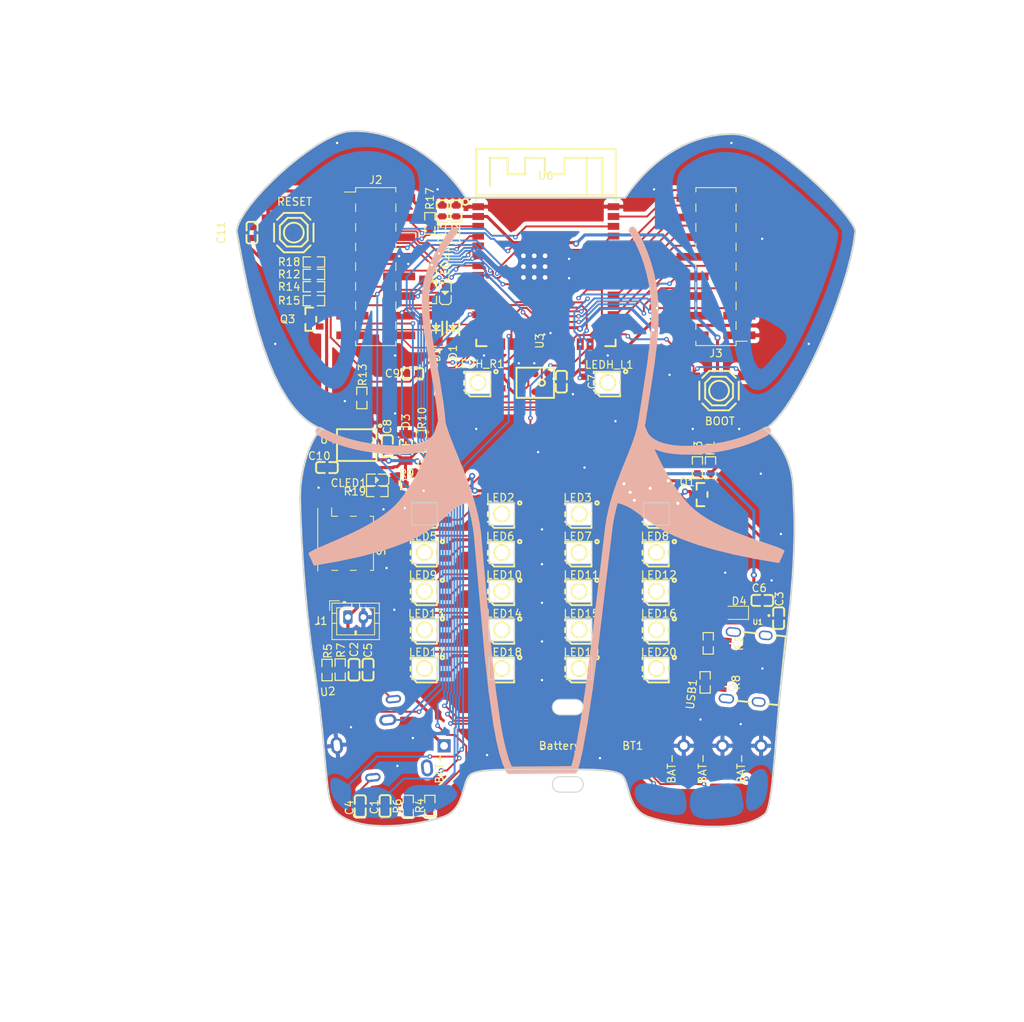
<source format=kicad_pcb>
(kicad_pcb (version 20221018) (generator pcbnew)
  (layers (0 "F.Cu" jumper) (31 "B.Cu" jumper) (34 "B.Paste" user) (35 "F.Paste" user) (36 "B.SilkS" user "B.Silkscreen") (37 "F.SilkS" user "F.Silkscreen") (38 "B.Mask" user) (39 "F.Mask" user) (44 "Edge.Cuts" user))
  (net 0 "")
  (net 1 "/VEXT")
  (net 2 "/V5")
  (net 3 "/RX")
  (net 4 "/TX")
  (net 5 "Net-(C2-Pad2)")
  (net 6 "Net-(BT1-+)")
  (net 7 "Net-(C4-Pad2)")
  (net 8 "Net-(C5-Pad2)")
  (net 9 "/LED_HEAD")
  (net 10 "/LED_MATRIX")
  (net 11 "GND")
  (net 12 "Net-(C1-Pad2)")
  (net 13 "/IO21")
  (net 14 "/BAT_SENS")
  (net 15 "/BAT_SENS_EN")
  (net 16 "/JACK_SENS")
  (net 17 "/LED")
  (net 18 "/TOUCH_T4")
  (net 19 "/IO36")
  (net 20 "/IO37")
  (net 21 "/IO38")
  (net 22 "/IO39")
  (net 23 "/IO40")
  (net 24 "/IO41")
  (net 25 "Net-(LED10-DOUT)")
  (net 26 "Net-(USB1-CC2)")
  (net 27 "Net-(USB1-CC1)")
  (net 28 "Net-(U4-~{CHRG})")
  (net 29 "Net-(U4-PROG)")
  (net 30 "/TOUCH_T5")
  (net 31 "/TOUCH_T6")
  (net 32 "/IO42")
  (net 33 "Net-(LED21-C)")
  (net 34 "Net-(Q2-G)")
  (net 39 "/VEXT_EN")
  (net 42 "/V33")
  (net 43 "/VBAT")
  (net 44 "/USB_DP")
  (net 45 "Net-(LED1-DOUT)")
  (net 46 "/USB_DN")
  (net 47 "Net-(LED2-DOUT)")
  (net 48 "Net-(LED3-DOUT)")
  (net 49 "Net-(LED5-DOUT)")
  (net 50 "Net-(Q3-D)")
  (net 51 "/D1_LED")
  (net 52 "/D2_LED")
  (net 53 "/D3_LED")
  (net 54 "Net-(LED10-DIN)")
  (net 55 "Net-(LED11-DOUT)")
  (net 56 "Net-(LED6-DOUT)")
  (net 57 "Net-(LED13-DOUT)")
  (net 58 "Net-(LED14-DOUT)")
  (net 59 "Net-(LED15-DOUT)")
  (net 60 "Net-(LED7-DOUT)")
  (net 61 "Net-(Q3-G)")
  (net 62 "/AUDIO_PWM_L")
  (net 63 "/AUDIO_PWM_R")
  (net 64 "/MIC_CLK")
  (net 65 "/MIC_DATA")
  (net 66 "/IO35")
  (net 67 "Net-(CLED1-C)")
  (net 68 "/D4_LED")
  (net 69 "Net-(LED17-DOUT)")
  (net 70 "Net-(LED18-DOUT)")
  (net 71 "Net-(LED19-DOUT)")
  (net 73 "Net-(LEDH_L1-DOUT)")
  (net 77 "/TOUCH_EL")
  (net 78 "/TOUCH_ER")
  (net 80 "/TOUCH_T1")
  (net 81 "/TOUCH_T2")
  (net 82 "/TOUCH_T3")
  (net 84 "Net-(Q1-G)")
  (net 89 "/VBUS")
  (net 90 "/RESET")
  (net 91 "/IO0")
  (footprint "Connector_JST:JST_PH_B2B-PH-K_1x02_P2.00mm_Vertical" (layer "F.Cu") (at 46.4 96.35)
    (fp_text reference "J1")
    (fp_text value "Conn_01x02")
  )
  (footprint "hacrafu:SK6812MINI-E-handsolder" (layer "F.Cu") (at 76.3 98)
    (fp_text reference "LED15")
    (fp_text value "SK6812MINI-E")
    (fp_rect (start 1.65 1.45) (end -1.65 -1.45) (stroke (width 0.12)) (fill none) (layer "Edge.Cuts"))
  )
  (footprint "easyeda2kicad:WIRELM-SMD_ESP32-S3-WROOM-1" (layer "F.Cu") (at 72 52.1375)
    (fp_text reference "U6")
    (fp_text value "ESP32-S3-WROOM-1(N16R2)")
  )
  (footprint "hacrafu:XDFN-4" (layer "F.Cu") (at 99.6 95.8 180)
    (fp_text reference "U1")
    (fp_text value "NCP167BMX330TBG")
  )
  (footprint "easyeda2kicad:R0603" (layer "F.Cu") (at 50.2 80.1 180)
    (fp_text reference "R19")
    (fp_text value "330")
  )
  (footprint "hacrafu:SK6812MINI-E-handsolder" (layer "F.Cu") (at 76.3 103)
    (fp_text reference "LED19")
    (fp_text value "SK6812MINI-E")
    (fp_rect (start 1.65 1.45) (end -1.65 -1.45) (stroke (width 0.12)) (fill none) (layer "Edge.Cuts"))
  )
  (footprint "easyeda2kicad:R0603" (layer "F.Cu") (at 57 45.4 -90)
    (fp_text reference "R17")
    (fp_text value "10K")
  )
  (footprint "easyeda2kicad:C0603" (layer "F.Cu") (at 54.76 64.83)
    (fp_text reference "C9")
    (fp_text value "10u")
  )
  (footprint "easyeda2kicad:SW-SMD_4P-L5.1-W5.1-P3.70-LS6.5-TL-2" (layer "F.Cu") (at 39.4 46.6 180)
    (fp_text reference "SW2" hide)
    (fp_text value "RESET")
  )
  (footprint "easyeda2kicad:R0603" (layer "F.Cu") (at 42 53.6 180)
    (fp_text reference "R14")
    (fp_text value "390K")
  )
  (footprint "easyeda2kicad:R0603" (layer "F.Cu") (at 42 52)
    (fp_text reference "R12")
    (fp_text value "1K")
  )
  (footprint "hacrafu:SK6812MINI-E-handsolder" (layer "F.Cu") (at 66.3 83)
    (fp_text reference "LED2")
    (fp_text value "SK6812MINI-E")
    (fp_rect (start 1.65 1.45) (end -1.65 -1.45) (stroke (width 0.12)) (fill none) (layer "Edge.Cuts"))
  )
  (footprint "easyeda2kicad:C0603" (layer "F.Cu") (at 51.2 120.8 -90)
    (fp_text reference "C1")
    (fp_text value "33n")
  )
  (footprint "easyeda2kicad:R0603" (layer "F.Cu") (at 45.4 103.15 90)
    (fp_text reference "R7")
    (fp_text value "150")
  )
  (footprint "easyeda2kicad:R0603" (layer "F.Cu") (at 93 99.75 -90)
    (fp_text reference "R2")
    (fp_text value "5.1K")
  )
  (footprint "hacrafu:SK6812MINI-E-handsolder" (layer "F.Cu") (at 76.3 83)
    (fp_text reference "LED3")
    (fp_text value "SK6812MINI-E")
    (fp_rect (start 1.65 1.45) (end -1.65 -1.45) (stroke (width 0.12)) (fill none) (layer "Edge.Cuts"))
  )
  (footprint "hacrafu:SK6812MINI-E-handsolder" (layer "F.Cu") (at 86.3 93)
    (fp_text reference "LED12")
    (fp_text value "SK6812MINI-E")
    (fp_rect (start 1.65 1.45) (end -1.65 -1.45) (stroke (width 0.12)) (fill none) (layer "Edge.Cuts"))
  )
  (footprint "easyeda2kicad:SOT-23_L2.9-W1.3-P1.90-LS2.4-BR" (layer "F.Cu") (at 92.2 80.5)
    (fp_text reference "Q1")
    (fp_text value "AO3401A")
  )
  (footprint "easyeda2kicad:C0603" (layer "F.Cu") (at 34 46.6 90)
    (fp_text reference "C11")
    (fp_text value "1u")
  )
  (footprint "easyeda2kicad:R0603" (layer "F.Cu") (at 42 50.4)
    (fp_text reference "R18")
    (fp_text value "10K")
  )
  (footprint "hacrafu:SK6812MINI-E-handsolder" (layer "F.Cu") (at 56.3 83)
    (fp_text reference "LED1")
    (fp_text value "SK6812MINI-E")
    (fp_rect (start 1.65 1.45) (end -1.65 -1.45) (stroke (width 0.12)) (fill none) (layer "Edge.Cuts"))
  )
  (footprint "easyeda2kicad:LED0603-FD_BLUE" (layer "F.Cu") (at 59 54.4 90)
    (fp_text reference "LED21")
    (fp_text value "blue")
  )
  (footprint "easyeda2kicad:C0603" (layer "F.Cu") (at 48 120.8 90)
    (fp_text reference "C4")
    (fp_text value "10u")
  )
  (footprint "easyeda2kicad:LED0603-RD-YELLOW" (layer "F.Cu") (at 50.2 78.6 180)
    (fp_text reference "CLED1")
    (fp_text value "yellow")
  )
  (footprint "easyeda2kicad:R0603" (layer "F.Cu") (at 43.7 103.2 -90)
    (fp_text reference "R5")
    (fp_text value "270")
  )
  (footprint "easyeda2kicad:LL-34_L3.5-W1.5-RD" (layer "F.Cu") (at 57.8 59.01 90)
    (fp_text reference "D2")
    (fp_text value "3V3")
  )
  (footprint "easyeda2kicad:C0603" (layer "F.Cu") (at 60.4 43.8 90)
    (fp_text reference "C12")
    (fp_text value "100n")
  )
  (footprint "easyeda2kicad:C0603" (layer "F.Cu") (at 102.1 96.5 -90)
    (fp_text reference "C3")
    (fp_text value "1u")
  )
  (footprint "easyeda2kicad:SOT-23_L2.9-W1.3-P1.90-LS2.4-BR" (layer "F.Cu") (at 57.85 78.05 -90)
    (fp_text reference "Q2")
    (fp_text value "AO3401A")
  )
  (footprint "easyeda2kicad:R0603" (layer "F.Cu") (at 92.6 104.8 -90)
    (fp_text reference "R8")
    (fp_text value "5.1K")
  )
  (footprint "easyeda2kicad:SOT-23_L2.9-W1.3-P1.90-LS2.4-BR" (layer "F.Cu") (at 41.6 57.8)
    (fp_text reference "Q3")
    (fp_text value "AO3401A")
  )
  (footprint "hacrafu:SK6812MINI-E-handsolder" (layer "F.Cu") (at 86.3 103)
    (fp_text reference "LED20")
    (fp_text value "SK6812MINI-E")
    (fp_rect (start 1.65 1.45) (end -1.65 -1.45) (stroke (width 0.12)) (fill none) (layer "Edge.Cuts"))
  )
  (footprint "hacrafu:SK6812MINI-E-handsolder" (layer "F.Cu") (at 86.3 98)
    (fp_text reference "LED16")
    (fp_text value "SK6812MINI-E")
    (fp_rect (start 1.65 1.45) (end -1.65 -1.45) (stroke (width 0.12)) (fill none) (layer "Edge.Cuts"))
  )
  (footprint "easyeda2kicad:R0603" (layer "F.Cu") (at 91.6 77 90)
    (fp_text reference "R3")
    (fp_text value "1K")
  )
  (footprint "hacrafu:SK6812MINI-E-handsolder" (layer "F.Cu") (at 76.3 88)
    (fp_text reference "LED7")
    (fp_text value "SK6812MINI-E")
    (fp_rect (start 1.65 1.45) (end -1.65 -1.45) (stroke (width 0.12)) (fill none) (layer "Edge.Cuts"))
  )
  (footprint "hacrafu:SK6812MINI-E-handsolder" (layer "F.Cu") (at 86.3 88)
    (fp_text reference "LED8")
    (fp_text value "SK6812MINI-E")
    (fp_rect (start 1.65 1.45) (end -1.65 -1.45) (stroke (width 0.12)) (fill none) (layer "Edge.Cuts"))
  )
  (footprint "hacrafu:SK6812MINI-E-handsolder" (layer "F.Cu") (at 56.3 88)
    (fp_text reference "LED5")
    (fp_text value "SK6812MINI-E")
    (fp_rect (start 1.65 1.45) (end -1.65 -1.45) (stroke (width 0.12)) (fill none) (layer "Edge.Cuts"))
  )
  (footprint "hacrafu:PinHeader_2x08_P2.54mm_Vertical_SMD_handsolder" (layer "F.Cu") (at 94 51 180)
    (fp_text reference "J3")
    (fp_text value "Conn_02x11_Odd_Even")
  )
  (footprint "hacrafu:SK6812MINI-E-handsolder" (layer "F.Cu") (at 66.3 103)
    (fp_text reference "LED18")
    (fp_text value "SK6812MINI-E")
    (fp_rect (start 1.65 1.45) (end -1.65 -1.45) (stroke (width 0.12)) (fill none) (layer "Edge.Cuts"))
  )
  (footprint "easyeda2kicad:R0603" (layer "F.Cu") (at 93.3 77 90)
    (fp_text reference "R1")
    (fp_text value "10K")
  )
  (footprint "hacrafu:SK6812MINI-E-handsolder" (layer "F.Cu") (at 56.3 93)
    (fp_text reference "LED9")
    (fp_text value "SK6812MINI-E")
    (fp_rect (start 1.65 1.45) (end -1.65 -1.45) (stroke (width 0.12)) (fill none) (layer "Edge.Cuts"))
  )
  (footprint "hacrafu:SK6812MINI-E-handsolder" (layer "F.Cu") (at 66.3 88)
    (fp_text reference "LED6")
    (fp_text value "SK6812MINI-E")
    (fp_rect (start 1.65 1.45) (end -1.65 -1.45) (stroke (width 0.12)) (fill none) (layer "Edge.Cuts"))
  )
  (footprint "hacrafu:SK6812MINI-E-handsolder" (layer "F.Cu") (at 80 66)
    (fp_text reference "LEDH_L1")
    (fp_text value "SK6812MINI-E")
    (fp_rect (start 1.65 1.45) (end -1.65 -1.45) (stroke (width 0.12)) (fill none) (layer "Edge.Cuts"))
  )
  (footprint "easyeda2kicad:R0603_NEW" (layer "F.Cu") (at 48.2 68 90)
    (fp_text reference "R13")
    (fp_text value "3K3")
  )
  (footprint "hacrafu:PinHeader_2x08_P2.54mm_Vertical_SMD_handsolder" (layer "F.Cu") (at 50 51)
    (fp_text reference "J2")
    (fp_text value "Conn_02x8_Odd_Even")
  )
  (footprint "easyeda2kicad:R0603" (layer "F.Cu") (at 57 120.8 -90)
    (fp_text reference "R4")
    (fp_text value "270")
  )
  (footprint "easyeda2kicad:R0603" (layer "F.Cu") (at 55.9 73.6 -90)
    (fp_text reference "R10")
    (fp_text value "10K")
  )
  (footprint "easyeda2kicad:MIC-SMD_GSA4737H12-F26-6P" (layer "F.Cu") (at 70.6 66.03 -90)
    (fp_text reference "U3")
    (fp_text value "GSA4737H12-F26-6P")
  )
  (footprint "easyeda2kicad:C0603" (layer "F.Cu") (at 51.5 74.2 90)
    (fp_text reference "C8")
    (fp_text value "10u")
  )
  (footprint "easyeda2kicad:R0603" (layer "F.Cu") (at 57.2 54.4 -90)
    (fp_text reference "R16")
    (fp_text value "330")
  )
  (footprint "hacrafu:SK6812MINI-E-handsolder" (layer "F.Cu") (at 63.225 66)
    (fp_text reference "LEDH_R1")
    (fp_text value "SK6812MINI-E")
    (fp_rect (start 1.65 1.45) (end -1.65 -1.45) (stroke (width 0.12)) (fill none) (layer "Edge.Cuts"))
  )
  (footprint "easyeda2kicad:C0603" (layer "F.Cu") (at 74 65.9 -90)
    (fp_text reference "C7")
    (fp_text value "100n")
  )
  (footprint "hacrafu:SK6812MINI-E-handsolder" (layer "F.Cu") (at 76.3 93)
    (fp_text reference "LED11")
    (fp_text value "SK6812MINI-E")
    (fp_rect (start 1.65 1.45) (end -1.65 -1.45) (stroke (width 0.12)) (fill none) (layer "Edge.Cuts"))
  )
  (footprint "easyeda2kicad:SW-SMD_4P-L5.1-W5.1-P3.70-LS6.5-TL-2" (layer "F.Cu") (at 94.4 67.05)
    (fp_text reference "SW3" hide)
    (fp_text value "BOOT")
  )
  (footprint "easyeda2kicad:C0603" (layer "F.Cu") (at 49 103.15 -90)
    (fp_text reference "C5")
    (fp_text value "10u")
  )
  (footprint "Diode_SMD:D_SOD-323" (layer "F.Cu") (at 96.6 95.8 180)
    (fp_text reference "D4")
    (fp_text value "1N5819WS")
  )
  (footprint "hacrafu:SK6812MINI-E-handsolder" (layer "F.Cu") (at 66.3 93)
    (fp_text reference "LED10")
    (fp_text value "SK6812MINI-E")
    (fp_rect (start 1.65 1.45) (end -1.65 -1.45) (stroke (width 0.12)) (fill none) (layer "Edge.Cuts"))
  )
  (footprint "hacrafu:SK6812MINI-E-handsolder" (layer "F.Cu") (at 56.3 103)
    (fp_text reference "LED17")
    (fp_text value "SK6812MINI-E")
    (fp_rect (start 1.65 1.45) (end -1.65 -1.45) (stroke (width 0.12)) (fill none) (layer "Edge.Cuts"))
  )
  (footprint "easyeda2kicad:USB-C_SMD-TYPE-C-31-M-12" (layer "F.Cu") (at 97.512173 102.765506 84)
    (fp_text reference "USB1")
    (fp_text value "USB-TYPE-C-018")
  )
  (footprint "easyeda2kicad:C0603" (layer "F.Cu") (at 100 94.2)
    (fp_text reference "C6")
    (fp_text value "1u")
  )
  (footprint "hacrafu:LiPo_Recycled" (layer "F.Cu") (at 58.8375 113 90)
    (fp_text reference "BT1")
    (fp_text value "Battery")
    (fp_line (start -6 15) (end -6 17) (stroke (width 0.12)) (layer "Edge.Cuts"))
    (fp_line (start -4 15) (end -4 17) (stroke (width 0.12)) (layer "Edge.Cuts"))
    (fp_line (start 4 15) (end 4 17) (stroke (width 0.12)) (layer "Edge.Cuts"))
    (fp_line (start 6 15) (end 6 17) (stroke (width 0.12)) (layer "Edge.Cuts"))
    (fp_arc (start -6 15) (mid -5 14) (end -4 15) (stroke (width 0.12)) (layer "Edge.Cuts"))
    (fp_arc (start -4 17) (mid -5 18) (end -6 17) (stroke (width 0.12)) (layer "Edge.Cuts"))
    (fp_arc (start 4 15) (mid 5 14) (end 6 15) (stroke (width 0.12)) (layer "Edge.Cuts"))
    (fp_arc (start 6 17) (mid 5 18) (end 4 17) (stroke (width 0.12)) (layer "Edge.Cuts"))
  )
  (footprint "easyeda2kicad:LL-34_L3.5-W1.5-RD" (layer "F.Cu") (at 53.9 74.4 90)
    (fp_text reference "D3")
    (fp_text value "5V6")
  )
  (footprint "hacrafu:Switch_MSS22D18" (layer "F.Cu") (at 45.9 86.9 -90)
    (fp_text reference "SW1")
    (fp_text value "DPDT")
  )
  (footprint "hacrafu:SK6812MINI-E-handsolder" (layer "F.Cu") (at 66.3 98)
    (fp_text reference "LED14")
    (fp_text value "SK6812MINI-E")
    (fp_rect (start 1.65 1.45) (end -1.65 -1.45) (stroke (width 0.12)) (fill none) (layer "Edge.Cuts"))
  )
  (footprint "easyeda2kicad:R0603" (layer "F.Cu") (at 54.2 120.8 -90)
    (fp_text reference "R6")
    (fp_text value "150")
  )
  (footprint "easyeda2kicad:LL-34_L3.5-W1.5-RD" (layer "F.Cu") (at 60 59 90)
    (fp_text reference "D1")
    (fp_text value "3V3")
  )
  (footprint "hacrafu:SK6812MINI-E-handsolder" (layer "F.Cu") (at 56.3 98)
    (fp_text reference "LED13")
    (fp_text value "SK6812MINI-E")
    (fp_rect (start 1.65 1.45) (end -1.65 -1.45) (stroke (width 0.12)) (fill none) (layer "Edge.Cuts"))
  )
  (footprint "easyeda2kicad:C0603" (layer "F.Cu") (at 58.6 43.8 90)
    (fp_text reference "C13")
    (fp_text value "22u")
  )
  (footprint "easyeda2kicad:R0603" (layer "F.Cu") (at 42 55.4 180)
    (fp_text reference "R15")
    (fp_text value "100K")
  )
  (footprint "easyeda2kicad:ESOP-8_L4.9-W3.9-P1.27-LS6.0-BL-EP" (layer "F.Cu") (at 47.54 74.09 180)
    (fp_text reference "U4")
    (fp_text value "TP4056")
  )
  (footprint "easyeda2kicad:R0603" (layer "F.Cu") (at 54.6 79.2 180)
    (fp_text reference "R9")
    (fp_text value "1K")
  )
  (footprint "hacrafu:SK6812MINI-E-handsolder" (layer "F.Cu") (at 86.3 83)
    (fp_text reference "LED4")
    (fp_text value "SK6812MINI-E")
    (fp_rect (start 1.65 1.45) (end -1.65 -1.45) (stroke (width 0.12)) (fill none) (layer "Edge.Cuts"))
  )
  (footprint "easyeda2kicad:AUDIO-TH_PJ-32400" (layer "F.Cu") (at 50.55625 112.077454 6)
    (fp_text reference "U2")
    (fp_text value "Audio Jack PJ-324")
  )
  (footprint "easyeda2kicad:C0603" (layer "F.Cu") (at 43.7 77)
    (fp_text reference "C10")
    (fp_text value "10u")
  )
  (footprint "easyeda2kicad:C0603" (layer "F.Cu") (at 47.2 103.15 90)
    (fp_text reference "C2")
    (fp_text value "33n")
  )
  (footprint "hacrafu:welefant" (layer "B.Cu") (at 71.98322 78.095224 180)
    (fp_text reference "U5" hide)
    (fp_text value "welefant")
  )
  (gr_poly (pts (xy 48.459421 33.503336) (xy 49.39633 33.621012) (xy 50.358515 33.811562) (xy 51.339893 34.075883) (xy 52.334382 34.414873) (xy 53.335898 34.829428) (xy 54.33836 35.320446) (xy 55.335685 35.888825) (xy 56.32179 36.53546) (xy 57.290592 37.26125) (xy 58.23601 38.067091) (xy 59.151959 38.953881) (xy 59.596983 39.427912) (xy 60.032359 39.922517) (xy 60.457327 40.437808) (xy 60.871126 40.973897) (xy 61.272996 41.530896) (xy 61.662178 42.108917) (xy 82.25 42.1) (xy 83.021464 41.005221) (xy 83.760463 40.09467) (xy 84.526979 39.242683) (xy 85.319493 38.450039) (xy 86.136486 37.717518) (xy 86.976439 37.045898) (xy 87.837834 36.43596) (xy 88.719151 35.888482) (xy 89.618872 35.404243) (xy 90.535477 34.984024) (xy 91.467448 34.628604) (xy 92.413267 34.338761) (xy 93.371413 34.115275) (xy 94.340369 33.958925) (xy 95.318616 33.870492) (xy 96.304634 33.850753) (xy 96.814029 33.888926) (xy 97.350907 33.986168) (xy 97.912402 34.138865) (xy 98.495646 34.343407) (xy 99.097774 34.596182) (xy 99.715921 34.893577) (xy 100.34722 35.23198) (xy 100.988805 35.60778) (xy 102.29137 36.457122) (xy 103.600688 37.412707) (xy 104.89383 38.44564) (xy 106.14787 39.527026) (xy 107.33988 40.627968) (xy 108.44693 41.719571) (xy 109.446095 42.77294) (xy 110.314444 43.75918) (xy 111.029052 44.649394) (xy 111.566989 45.414688) (xy 111.762541 45.74146) (xy 111.905328 46.026166) (xy 111.992483 46.265194) (xy 112.02114 46.454933) (xy 111.793843 48.020823) (xy 111.437234 49.733394) (xy 110.964611 51.562128) (xy 110.389274 53.47651) (xy 109.724521 55.446022) (xy 108.983651 57.440146) (xy 108.179961 59.428367) (xy 107.326751 61.380167) (xy 106.437319 63.26503) (xy 105.524963 65.052438) (xy 104.602983 66.711874) (xy 103.684676 68.212822) (xy 102.783341 69.524765) (xy 101.912277 70.617186) (xy 101.492252 71.071538) (xy 101.084782 71.459567) (xy 100.691529 71.777456) (xy 100.314155 72.021392) (xy 100.459724 72.130321) (xy 100.845892 72.462017) (xy 101.105512 72.713703) (xy 101.396854 73.023843) (xy 101.710444 73.393355) (xy 102.036804 73.823162) (xy 102.366459 74.314182) (xy 102.689934 74.867337) (xy 102.997752 75.483546) (xy 103.280438 76.163731) (xy 103.528516 76.908812) (xy 103.636616 77.305976) (xy 103.73251 77.719709) (xy 103.815015 78.150126) (xy 103.882945 78.597342) (xy 103.935116 79.061473) (xy 103.970344 79.542633) (xy 104.125252 83.373451) (xy 104.136364 85.50623) (xy 104.075525 87.922023) (xy 103.921943 90.724408) (xy 103.654828 94.016961) (xy 103.253388 97.903258) (xy 102.69683 102.486877) (xy 102.356179 105.497089) (xy 102.06925 108.629059) (xy 101.573934 114.676113) (xy 101.324231 117.300115) (xy 101.189831 118.448562) (xy 101.045622 119.463715) (xy 100.889021 120.327382) (xy 100.717448 121.021372) (xy 100.528319 121.52749) (xy 100.426365 121.704412) (xy 100.319053 121.827545) (xy 100.004534 122.074592) (xy 99.659557 122.298351) (xy 99.286176 122.499635) (xy 98.886447 122.679259) (xy 98.462423 122.838038) (xy 98.016159 122.976783) (xy 97.065129 123.197434) (xy 96.049795 123.347725) (xy 94.986592 123.434167) (xy 93.891957 123.463273) (xy 92.782326 123.441554) (xy 91.674137 123.375524) (xy 90.583825 123.271695) (xy 89.527827 123.136577) (xy 88.522579 122.976685) (xy 87.584518 122.798529) (xy 86.73008 122.608622) (xy 85.975703 122.413476) (xy 85.337821 122.219604) (xy 85.061652 122.116001) (xy 84.806581 121.996975) (xy 84.571533 121.863612) (xy 84.35543 121.717001) (xy 84.157199 121.558228) (xy 83.975763 121.388382) (xy 83.810047 121.208551) (xy 83.658975 121.019821) (xy 83.521471 120.82328) (xy 83.396459 120.620017) (xy 83.282865 120.411118) (xy 83.179613 120.197671) (xy 82.999829 119.761485) (xy 82.848503 119.320159) (xy 82.596803 118.456893) (xy 82.479219 118.052353) (xy 82.355673 117.677478) (xy 82.217558 117.340968) (xy 82.140348 117.189819) (xy 82.05627 117.051523) (xy 81.964247 116.92717) (xy 81.863203 116.817846) (xy 81.752064 116.724638) (xy 81.629753 116.648635) (xy 81.350313 116.524969) (xy 81.022398 116.419465) (xy 80.647066 116.330736) (xy 80.225372 116.257395) (xy 79.758373 116.198054) (xy 79.247126 116.151326) (xy 78.096115 116.090164) (xy 76.780792 116.06281) (xy 75.309612 116.058167) (xy 71.933494 116.072631) (xy 68.575145 116.067183) (xy 67.122933 116.071724) (xy 65.830427 116.096576) (xy 65.246031 116.120245) (xy 64.703923 116.153342) (xy 64.20489 116.197318) (xy 63.74972 116.253622) (xy 63.3392 116.323706) (xy 62.974116 116.409019) (xy 62.655256 116.511012) (xy 62.383407 116.631134) (xy 62.261096 116.707138) (xy 62.149957 116.800346) (xy 62.048913 116.909671) (xy 61.95689 117.034025) (xy 61.872812 117.172321) (xy 61.795602 117.323471) (xy 61.657488 117.659981) (xy 61.533942 118.034856) (xy 61.416358 118.439394) (xy 61.16466 119.30266) (xy 61.013334 119.743985) (xy 60.83355 120.18017) (xy 60.730298 120.393617) (xy 60.616704 120.602516) (xy 60.491692 120.80578) (xy 60.354188 121.002321) (xy 60.203116 121.191052) (xy 60.037399 121.370884) (xy 59.855963 121.540731) (xy 59.657731 121.699505) (xy 59.441629 121.846118) (xy 59.206579 121.979483) (xy 58.951508 122.098512) (xy 58.675338 122.202117) (xy 58.052312 122.394645) (xy 57.339917 122.586002) (xy 56.550714 122.770025) (xy 55.697265 122.940551) (xy 54.792129 123.091417) (xy 53.84787 123.21646) (xy 52.877047 123.309518) (xy 51.892222 123.364427) (xy 50.905956 123.375025) (xy 49.93081 123.335149) (xy 48.979345 123.238635) (xy 48.064123 123.079322) (xy 47.197705 122.851046) (xy 46.786723 122.709121) (xy 46.392651 122.547644) (xy 46.017062 122.365845) (xy 45.661524 122.162953) (xy 45.327608 121.938198) (xy 45.016883 121.690811) (xy 44.70666 121.359479) (xy 44.449681 120.949436) (xy 44.23812 120.453447) (xy 44.064154 119.864276) (xy 43.919957 119.174689) (xy 43.797705 118.377449) (xy 43.587737 116.431072) (xy 43.08685 110.92814) (xy 42.670737 107.255822) (xy 42.060714 102.892425) (xy 41.798104 101.100374) (xy 41.561992 99.32114) (xy 41.163521 95.840891) (xy 40.85382 92.531211) (xy 40.621406 89.471633) (xy 40.454797 86.741692) (xy 40.34251 84.420918) (xy 40.234977 81.325012) (xy 40.22897 80.874195) (xy 40.235434 80.426692) (xy 40.253754 79.983213) (xy 40.283313 79.544466) (xy 40.323496 79.111161) (xy 40.373685 78.684005) (xy 40.433265 78.263709) (xy 40.501619 77.850981) (xy 40.578132 77.44653) (xy 40.662187 77.051065) (xy 40.850459 76.28993) (xy 41.061506 75.573247) (xy 41.290398 74.906688) (xy 41.532207 74.295926) (xy 41.782002 73.746631) (xy 42.034855 73.264476) (xy 42.160888 73.050348) (xy 42.285836 72.855132) (xy 42.409084 72.679537) (xy 42.530016 72.524272) (xy 42.648015 72.390046) (xy 42.762465 72.277567) (xy 42.87275 72.187545) (xy 42.978254 72.120689) (xy 43.078361 72.077708) (xy 43.172454 72.05931) (xy 42.509442 71.78333) (xy 41.873866 71.438483) (xy 41.265016 71.028274) (xy 40.682177 70.556208) (xy 40.124637 70.025792) (xy 39.591684 69.440529) (xy 39.082604 68.803925) (xy 38.596685 68.119485) (xy 37.69148 66.621118) (xy 36.870364 64.973468) (xy 36.127638 63.204576) (xy 35.457599 61.342484) (xy 34.854545 59.415232) (xy 34.312774 57.450861) (xy 33.390275 53.522928) (xy 32.644486 49.78301) (xy 32.029792 46.455436) (xy 32.05895 46.146797) (xy 32.144625 45.80319) (xy 32.283933 45.427486) (xy 32.473989 45.022559) (xy 32.994802 44.136526) (xy 33.683986 43.168072) (xy 34.518459 42.140178) (xy 35.475141 41.075825) (xy 36.530952 39.997996) (xy 37.662811 38.929671) (xy 38.847638 37.893831) (xy 40.062352 36.913459) (xy 41.283874 36.011536) (xy 42.489122 35.211042) (xy 43.655017 34.53496) (xy 44.758477 34.00627) (xy 45.279582 33.804379) (xy 45.776424 33.647954) (xy 46.246116 33.539868) (xy 46.685775 33.482994) (xy 46.68576 33.483016) (xy 47.55387 33.457636)) (stroke (width 0.231119)) (fill none) (layer "Edge.Cuts"))
  (segment (start 78.2 91.35) (end 79.1 92.25) (width 0.4) (layer "F.Cu") (net 1))
  (segment (start 86.557107 57.35) (end 90.975 57.35) (width 0.4) (layer "F.Cu") (net 1))
  (segment (start 60 96.35) (end 59.1 97.25) (width 0.4) (layer "F.Cu") (net 1))
  (segment (start 79.1 87.25) (end 78.2 86.35) (width 0.4) (layer "F.Cu") (net 1))
  (segment (start 78.2 101.35) (end 70 101.35) (width 0.4) (layer "F.Cu") (net 1))
  (segment (start 89.1 87.25) (end 89.44 87.25) (width 0.4) (layer "F.Cu") (net 1))
  (segment (start 80.05 81.3) (end 83.383851 81.3) (width 0.4) (layer "F.Cu") (net 1))
  (segment (start 79.1 92.25) (end 80 91.35) (width 0.4) (layer "F.Cu") (net 1))
  (segment (start 83.383851 81.3) (end 83.44618 81.237671) (width 0.4) (layer "F.Cu") (net 1))
  (segment (start 70 101.35) (end 69.1 102.25) (width 0.4) (layer "F.Cu") (net 1))
  (segment (start 66.365 65.25) (end 66.025 65.25) (width 0.4) (layer "F.Cu") (net 1))
  (segment (start 88.897671 81.237671) (end 89.073801 81.413801) (width 0.4) (layer "F.Cu") (net 1))
  (segment (start 68.2 91.35) (end 69.1 92.25) (width 0.4) (layer "F.Cu") (net 1))
  (segment (start 89.1 82.25) (end 89.44 82.25) (width 0.4) (layer "F.Cu") (net 1))
  (segment (start 89.1 87.25) (end 88.2 86.35) (width 0.4) (layer "F.Cu") (net 1))
  (segment (start 80 101.35) (end 79.1 102.25) (width 0.4) (layer "F.Cu") (net 1))
  (segment (start 69.1 82.25) (end 70 81.35) (width 0.4) (layer "F.Cu") (net 1))
  (segment (start 68.2 96.35) (end 60 96.35) (width 0.4) (layer "F.Cu") (net 1))
  (segment (start 69.1 87.25) (end 68.2 86.35) (width 0.4) (layer "F.Cu") (net 1))
  (segment (start 72.15 67.85247) (end 71.94747 68.055) (width 0.4) (layer "F.Cu") (net 1))
  (segment (start 78.2 86.35) (end 71.992462 86.35) (width 0.4) (layer "F.Cu") (net 1))
  (segment (start 79.1 82.25) (end 80.05 81.3) (width 0.4) (layer "F.Cu") (net 1))
  (segment (start 82.8 65.25) (end 82.8 61.107107) (width 0.4) (layer "F.Cu") (net 1))
  (segment (start 90.25 91.1) (end 89.1 92.25) (width 0.4) (layer "F.Cu") (net 1))
  (segment (start 78.2 81.35) (end 79.1 82.25) (width 0.4) (layer "F.Cu") (net 1))
  (segment (start 82.8 61.107107) (end 86.557107 57.35) (width 0.4) (layer "F.Cu") (net 1))
  (segment (start 71.94747 68.055) (end 68.595847 68.055) (width 0.4) (layer "F.Cu") (net 1))
  (segment (start 80 91.35) (end 88.2 91.35) (width 0.4) (layer "F.Cu") (net 1))
  (segment (start 80 96.35) (end 79.1 97.25) (width 0.4) (layer "F.Cu") (net 1))
  (segment (start 90.650021 80.100021) (end 89.999979 80.100021) (width 0.4) (layer "F.Cu") (net 1))
  (segment (start 70 96.35) (end 69.1 97.25) (width 0.4) (layer "F.Cu") (net 1))
  (segment (start 88.2 91.35) (end 89.1 92.25) (width 0.4) (layer "F.Cu") (net 1))
  (segment (start 85.5 67.61) (end 85.5 79.700004) (width 0.4) (layer "F.Cu") (net 1))
  (segment (start 88.2 101.35) (end 80 101.35) (width 0.4) (layer "F.Cu") (net 1))
  (segment (start 69.1 97.25) (end 68.2 96.35) (width 0.4) (layer "F.Cu") (net 1))
  (segment (start 88.2 96.35) (end 80 96.35) (width 0.4) (layer "F.Cu") (net 1))
  (segment (start 90.25 88.06) (end 90.25 91.1) (width 0.4) (layer "F.Cu") (net 1))
  (segment (start 89.1 82.25) (end 89.1 81.652398) (width 0.4) (layer "F.Cu") (net 1))
  (segment (start 70 91.35) (end 78.2 91.35) (width 0.4) (layer "F.Cu") (net 1))
  (segment (start 59.1 92.25) (end 60 91.35) (width 0.4) (layer "F.Cu") (net 1))
  (segment (start 83.44618 81.237671) (end 88.897671 81.237671) (width 0.4) (layer "F.Cu") (net 1))
  (segment (start 74.05 66.6) (end 76.3 64.35) (width 0.4) (layer "F.Cu") (net 1))
  (segment (start 67.175 66.634153) (end 67.175 66.06) (width 0.4) (layer "F.Cu") (net 1))
  (segment (start 68.595847 68.055) (end 67.175 66.634153) (width 0.4) (layer "F.Cu") (net 1))
  (segment (start 69.1 92.25) (end 70 91.35) (width 0.4) (layer "F.Cu") (net 1))
  (segment (start 67.175 66.06) (end 66.365 65.25) (width 0.4) (layer "F.Cu") (net 1))
  (segment (start 89.44 97.25) (end 90.3 98.11) (width 0.4) (layer "F.Cu") (net 1))
  (segment (start 90.25 83.06) (end 90.25 86.1) (width 0.4) (layer "F.Cu") (net 1))
  (segment (start 60 91.35) (end 68.2 91.35) (width 0.4) (layer "F.Cu") (net 1))
  (segment (start 89.1 92.25) (end 89.44 92.25) (width 0.4) (layer "F.Cu") (net 1))
  (segment (start 89.44 87.25) (end 90.25 88.06) (width 0.4) (layer "F.Cu") (net 1))
  (segment (start 63.379899 81.4) (end 63.429899 81.35) (width 0.4) (layer "F.Cu") (net 1))
  (segment (start 89.073801 81.413801) (end 89.073801 81.626199) (width 0.4) (layer "F.Cu") (net 1))
  (segment (start 78.2 96.35) (end 70 96.35) (width 0.4) (layer "F.Cu") (net 1))
  (segment (start 89.1 81.652398) (end 89.073801 81.626199) (width 0.4) (layer "F.Cu") (net 1))
  (segment (start 90.25 96.1) (end 89.1 97.25) (width 0.4) (layer "F.Cu") (net 1))
  (segment (start 70 81.35) (end 78.2 81.35) (width 0.4) (layer "F.Cu") (net 1))
  (segment (start 82.8 65.25) (end 83.14 65.25) (width 0.4) (layer "F.Cu") (net 1))
  (segment (start 90.25 86.1) (end 89.1 87.25) (width 0.4) (layer "F.Cu") (net 1))
  (segment (start 68.2 86.35) (end 60 86.35) (width 0.4) (layer "F.Cu") (net 1))
  (segment (start 68.2 101.35) (end 60 101.35) (width 0.4) (layer "F.Cu") (net 1))
  (segment (start 91.05 80.5) (end 90.650021 80.100021) (width 0.4) (layer "F.Cu") (net 1))
  (segment (start 83.14 65.25) (end 85.5 67.61) (width 0.4) (layer "F.Cu") (net 1))
  (segment (start 91.05 80.5) (end 90.85 80.5) (width 0.4) (layer "F.Cu") (net 1))
  (segment (start 71.992462 86.35) (end 71.092462 87.25) (width 0.4) (layer "F.Cu") (net 1))
  (segment (start 72.65 66.6) (end 72.15 67.1) (width 0.4) (layer "F.Cu") (net 1))
  (segment (start 79.1 97.25) (end 78.2 96.35) (width 0.4) (layer "F.Cu") (net 1))
  (segment (start 90.3 98.11) (end 90.3 101.05) (width 0.4) (layer "F.Cu") (net 1))
  (segment (start 89.1 102.25) (end 88.2 101.35) (width 0.4) (layer "F.Cu") (net 1))
  (segment (start 60 86.35) (end 59.1 87.25) (width 0.4) (layer "F.Cu") (net 1))
  (segment (start 90.25 93.06) (end 90.25 96.1) (width 0.4) (layer "F.Cu") (net 1))
  (segment (start 89.44 92.25) (end 90.25 93.06) (width 0.4) (layer "F.Cu") (net 1))
  (segment (start 59.95 81.4) (end 63.379899 81.4) (width 0.4) (layer "F.Cu") (net 1))
  (segment (start 89.44 82.25) (end 90.25 83.06) (width 0.4) (layer "F.Cu") (net 1))
  (segment (start 63.429899 81.35) (end 68.2 81.35) (width 0.4) (layer "F.Cu") (net 1))
  (segment (start 90.3 101.05) (end 89.1 102.25) (width 0.4) (layer "F.Cu") (net 1))
  (segment (start 76.3 64.35) (end 81.9 64.35) (width 0.4) (layer "F.Cu") (net 1))
  (segment (start 74 66.6) (end 72.65 66.6) (width 0.4) (layer "F.Cu") (net 1))
  (segment (start 79.1 102.25) (end 78.2 101.35) (width 0.4) (layer "F.Cu") (net 1))
  (segment (start 59.1 82.25) (end 59.95 81.4) (width 0.4) (layer "F.Cu") (net 1))
  (segment (start 89.1 97.25) (end 89.44 97.25) (width 0.4) (layer "F.Cu") (net 1))
  (segment (start 81.9 64.35) (end 82.8 65.25) (width 0.4) (layer "F.Cu") (net 1))
  (segment (start 60 101.35) (end 59.1 102.25) (width 0.4) (layer "F.Cu") (net 1))
  (segment (start 80 86.35) (end 79.1 87.25) (width 0.4) (layer "F.Cu") (net 1))
  (segment (start 89.1 97.25) (end 88.2 96.35) (width 0.4) (layer "F.Cu") (net 1))
  (segment (start 68.2 81.35) (end 69.1 82.25) (width 0.4) (layer "F.Cu") (net 1))
  (segment (start 69.1 87.25) (end 71.092462 87.25) (width 0.4) (layer "F.Cu") (net 1))
  (segment (start 72.15 67.1) (end 72.15 67.85247) (width 0.4) (layer "F.Cu") (net 1))
  (segment (start 69.1 102.25) (end 68.2 101.35) (width 0.4) (layer "F.Cu") (net 1))
  (segment (start 74 66.6) (end 74.05 66.6) (width 0.4) (layer "F.Cu") (net 1))
  (segment (start 88.2 86.35) (end 80 86.35) (width 0.4) (layer "F.Cu") (net 1))
  (via (at 83.44618 81.237671) (size 0.8) (drill 0.4) (layers "F.Cu" "B.Cu") (net 1))
  (via (at 89.999979 80.100021) (size 0.8) (drill 0.4) (layers "F.Cu" "B.Cu") (net 1))
  (via (at 85.5 79.700004) (size 0.8) (drill 0.4) (layers "F.Cu" "B.Cu") (net 1))
  (via (at 89.073801 81.626199) (size 0.8) (drill 0.4) (layers "F.Cu" "B.Cu") (net 1))
  (segment (start 89.073801 81.626199) (end 89.073801 81.026199) (width 0.4) (layer "B.Cu") (net 1))
  (segment (start 85.5 79.700004) (end 84.983847 79.700004) (width 0.4) (layer "B.Cu") (net 1))
  (segment (start 84.983847 79.700004) (end 83.44618 81.237671) (width 0.4) (layer "B.Cu") (net 1))
  (segment (start 89.073801 81.026199) (end 89.999979 80.100021) (width 0.4) (layer "B.Cu") (net 1))
  (segment (start 52.356371 76.9) (end 52.256371 77) (width 0.4) (layer "F.Cu") (net 2))
  (segment (start 53.85 76.15) (end 53.9 76.1) (width 0.4) (layer "F.Cu") (net 2))
  (segment (start 53.225 76.431371) (end 52.756371 76.9) (width 0.4) (layer "F.Cu") (net 2))
  (segment (start 52.475 74.975) (end 52.425 74.975) (width 0.4) (layer "F.Cu") (net 2))
  (segment (start 91.95 92.2) (end 91.95 79.85) (width 0.4) (layer "F.Cu") (net 2))
  (segment (start 50.65 74.1) (end 51.45 74.9) (width 0.4) (layer "F.Cu") (net 2))
  (segment (start 51.5 74.9) (end 52.35 74.9) (width 0.4) (layer "F.Cu") (net 2))
  (segment (start 95.55 95.8) (end 91.95 92.2) (width 0.4) (layer "F.Cu") (net 2))
  (segment (start 52.756371 75.3) (end 53.225 75.768629) (width 0.4) (layer "F.Cu") (net 2))
  (segment (start 54.15 76.1) (end 55.9 74.35) (width 0.4) (layer "F.Cu") (net 2))
  (segment (start 45.63 71.48) (end 46.55 72.4) (width 0.4) (layer "F.Cu") (net 2))
  (segment (start 53.85 79.2) (end 53.85 76.15) (width 0.4) (layer "F.Cu") (net 2))
  (segment (start 52.35 74.9) (end 52.356371 74.906371) (width 0.4) (layer "F.Cu") (net 2))
  (segment (start 45.63 71.18) (end 45.63 71.48) (width 0.4) (layer "F.Cu") (net 2))
  (segment (start 50.65 73.75) (end 50.65 74.1) (width 0.4) (layer "F.Cu") (net 2))
  (segment (start 53.6 76.1) (end 52.475 74.975) (width 0.4) (layer "F.Cu") (net 2))
  (segment (start 52.356371 75.3) (end 52.756371 75.3) (width 0.4) (layer "F.Cu") (net 2))
  (segment (start 49.45 77) (end 49.45 78.55) (width 0.4) (layer "F.Cu") (net 2))
  (segment (start 49.3 72.4) (end 50.65 73.75) (width 0.4) (layer "F.Cu") (net 2))
  (segment (start 63.131371 80.8) (end 63.238466 80.692905) (width 0.4) (layer "F.Cu") (net 2))
  (segment (start 82.407093 80.692905) (end 82.899999 80.199999) (width 0.4) (layer "F.Cu") (net 2))
  (segment (start 52.256371 77) (end 49.45 77) (width 0.4) (layer "F.Cu") (net 2))
  (segment (start 55.45 80.8) (end 63.131371 80.8) (width 0.4) (layer "F.Cu") (net 2))
  (segment (start 53.9 76.1) (end 53.6 76.1) (width 0.4) (layer "F.Cu") (net 2))
  (segment (start 90.8088 78.7088) (end 87.825959 78.7088) (width 0.4) (layer "F.Cu") (net 2))
  (segment (start 52.756371 76.9) (end 52.356371 76.9) (width 0.4) (layer "F.Cu") (net 2))
  (segment (start 53.85 79.2) (end 55.45 80.8) (width 0.4) (layer "F.Cu") (net 2))
  (segment (start 53.9 76.1) (end 54.15 76.1) (width 0.4) (layer "F.Cu") (net 2))
  (segment (start 51.45 74.9) (end 51.5 74.9) (width 0.4) (layer "F.Cu") (net 2))
  (segment (start 63.238466 80.692905) (end 82.407093 80.692905) (width 0.4) (layer "F.Cu") (net 2))
  (segment (start 49.45 78.55) (end 49.4 78.6) (width 0.4) (layer "F.Cu") (net 2))
  (segment (start 52.425 74.975) (end 52.35 74.9) (width 0.4) (layer "F.Cu") (net 2))
  (segment (start 52.356371 74.906371) (end 52.356371 75.3) (width 0.4) (layer "F.Cu") (net 2))
  (segment (start 91.95 79.85) (end 90.8088 78.7088) (width 0.4) (layer "F.Cu") (net 2))
  (segment (start 46.55 72.4) (end 49.3 72.4) (width 0.4) (layer "F.Cu") (net 2))
  (segment (start 53.225 75.768629) (end 53.225 76.431371) (width 0.4) (layer "F.Cu") (net 2))
  (via (at 82.899999 80.199999) (size 0.8) (drill 0.4) (layers "F.Cu" "B.Cu") (net 2))
  (via (at 87.825959 78.7088) (size 0.8) (drill 0.4) (layers "F.Cu" "B.Cu") (net 2))
  (segment (start 82.899999 80.199999) (end 84.458576 78.641422) (width 0.4) (layer "B.Cu") (net 2))
  (segment (start 84.458576 78.641422) (end 87.758581 78.641422) (width 0.4) (layer "B.Cu") (net 2))
  (segment (start 87.758581 78.641422) (end 87.825959 78.7088) (width 0.4) (layer "B.Cu") (net 2))
  (segment (start 65.71227 51.40523) (end 65.71227 51.892916) (width 0.25) (layer "F.Cu") (net 3))
  (segment (start 55.393166 46.60697) (end 55.393166 47.635104) (width 0.25) (layer "F.Cu") (net 3))
  (segment (start 68.324294 48.793206) (end 65.71227 51.40523) (width 0.25) (layer "F.Cu") (net 3))
  (segment (start 79.575498 49.202002) (end 73.084503 49.202002) (width 0.25) (layer "F.Cu") (net 3))
  (segment (start 56.824329 47.958458) (end 58.169871 49.304) (width 0.25) (layer "F.Cu") (net 3))
  (segment (start 55.393166 47.635104) (end 55.71652 47.958458) (width 0.25) (layer "F.Cu") (net 3))
  (segment (start 80.75 48.3275) (end 80.45 48.3275) (width 0.25) (layer "F.Cu") (net 3))
  (segment (start 46.975 44.65) (end 48.763 46.438) (width 0.25) (layer "F.Cu") (net 3))
  (segment (start 80.45 48.3275) (end 79.575498 49.202002) (width 0.25) (layer "F.Cu") (net 3))
  (segment (start 73.084503 49.202002) (end 72.675706 48.793206) (width 0.25) (layer "F.Cu") (net 3))
  (segment (start 72.675706 48.793206) (end 68.324294 48.793206) (width 0.25) (layer "F.Cu") (net 3))
  (segment (start 48.763 46.438) (end 55.224196 46.438) (width 0.25) (layer "F.Cu") (net 3))
  (segment (start 55.71652 47.958458) (end 56.824329 47.958458) (width 0.25) (layer "F.Cu") (net 3))
  (segment (start 55.224196 46.438) (end 55.393166 46.60697) (width 0.25) (layer "F.Cu") (net 3))
  (via (at 65.71227 51.892916) (size 0.6) (drill 0.3) (layers "F.Cu" "B.Cu") (net 3))
  (via (at 58.169871 49.304) (size 0.6) (drill 0.3) (layers "F.Cu" "B.Cu") (net 3))
  (segment (start 61.019328 48.983689) (end 61.099017 48.904) (width 0.25) (layer "B.Cu") (net 3))
  (segment (start 61.100996 48.904) (end 61.427996 48.577) (width 0.25) (layer "B.Cu") (net 3))
  (segment (start 61.573958 48.577) (end 61.756142 48.576993) (width 0.25) (layer "B.Cu") (net 3))
  (segment (start 65.032646 50.954987) (end 65.356 51.278341) (width 0.25) (layer "B.Cu") (net 3))
  (segment (start 60.231516 49.304) (end 60.688808 49.304) (width 0.25) (layer "B.Cu") (net 3))
  (segment (start 65.71227 51.645428) (end 65.71227 51.892916) (width 0.25) (layer "B.Cu") (net 3))
  (segment (start 61.756142 48.576993) (end 61.756149 48.577) (width 0.25) (layer "B.Cu") (net 3))
  (segment (start 61.099017 48.904) (end 61.100996 48.904) (width 0.25) (layer "B.Cu") (net 3))
  (segment (start 58.169871 49.304) (end 58.344871 49.129) (width 0.25) (layer "B.Cu") (net 3))
  (segment (start 60.056516 49.129) (end 60.231516 49.304) (width 0.25) (layer "B.Cu") (net 3))
  (segment (start 65.021829 50.954987) (end 65.032646 50.954987) (width 0.25) (layer "B.Cu") (net 3))
  (segment (start 61.427996 48.577) (end 61.573958 48.577) (width 0.25) (layer "B.Cu") (net 3))
  (segment (start 58.344871 49.129) (end 60.056516 49.129) (width 0.25) (layer "B.Cu") (net 3))
  (segment (start 62.643843 48.577) (end 65.021829 50.954987) (width 0.25) (layer "B.Cu") (net 3))
  (segment (start 60.688808 49.304) (end 61.009119 48.983689) (width 0.25) (layer "B.Cu") (net 3))
  (segment (start 61.756149 48.577) (end 62.643843 48.577) (width 0.25) (layer "B.Cu") (net 3))
  (segment (start 65.356 51.289158) (end 65.71227 51.645428) (width 0.25) (layer "B.Cu") (net 3))
  (segment (start 65.356 51.278341) (end 65.356 51.289158) (width 0.25) (layer "B.Cu") (net 3))
  (segment (start 61.009119 48.983689) (end 61.019328 48.983689) (width 0.25) (layer "B.Cu") (net 3))
  (segment (start 53.969354 44.65) (end 55.985677 46.666323) (width 0.25) (layer "F.Cu") (net 4))
  (segment (start 72.831159 48.4155) (end 67.650512 48.4155) (width 0.25) (layer "F.Cu") (net 4))
  (segment (start 80.75 47.0575) (end 80.45 47.0575) (width 0.25) (layer "F.Cu") (net 4))
  (segment (start 73.240661 48.825002) (end 72.831159 48.4155) (width 0.25) (layer "F.Cu") (net 4))
  (segment (start 53.025 44.65) (end 53.969354 44.65) (width 0.25) (layer "F.Cu") (net 4))
  (segment (start 80.45 47.0575) (end 78.682498 48.825002) (width 0.25) (layer "F.Cu") (net 4))
  (segment (start 78.682498 48.825002) (end 73.240661 48.825002) (width 0.25) (layer "F.Cu") (net 4))
  (segment (start 67.650512 48.4155) (end 67.089908 48.976104) (width 0.25) (layer "F.Cu") (net 4))
  (via (at 67.089908 48.976104) (size 0.6) (drill 0.3) (layers "F.Cu" "B.Cu") (net 4))
  (via (at 55.985677 46.666323) (size 0.6) (drill 0.3) (layers "F.Cu" "B.Cu") (net 4))
  (segment (start 66.84242 48.976104) (end 67.089908 48.976104) (width 0.25) (layer "B.Cu") (net 4))
  (segment (start 64.866316 47.4) (end 65.266316 47.4) (width 0.25) (layer "B.Cu") (net 4))
  (segment (start 65.266316 47.4) (end 66.84242 48.976104) (width 0.25) (layer "B.Cu") (net 4))
  (segment (start 64.132639 46.666323) (end 64.866316 47.4) (width 0.25) (layer "B.Cu") (net 4))
  (segment (start 55.985677 46.666323) (end 64.132639 46.666323) (width 0.25) (layer "B.Cu") (net 4))
  (segment (start 49 102.45) (end 47.2 102.45) (width 0.25) (layer "F.Cu") (net 5))
  (segment (start 45.4 102.4) (end 45.25 102.4) (width 0.25) (layer "F.Cu") (net 5))
  (segment (start 45.45 102.45) (end 45.4 102.4) (width 0.25) (layer "F.Cu") (net 5))
  (segment (start 47.2 102.45) (end 45.45 102.45) (width 0.25) (layer "F.Cu") (net 5))
  (segment (start 45.25 102.4) (end 43.7 103.95) (width 0.25) (layer "F.Cu") (net 5))
  (segment (start 56.948 111.1105) (end 56.948 108.813686) (width 0.4) (layer "F.Cu") (net 6))
  (segment (start 46.4 98.265686) (end 46.4 96.35) (width 0.4) (layer "F.Cu") (net 6))
  (segment (start 58.8375 113) (end 56.948 111.1105) (width 0.4) (layer "F.Cu") (net 6))
  (segment (start 48.4 94.35) (end 48.4 90.4) (width 0.4) (layer "F.Cu") (net 6))
  (segment (start 56.948 108.813686) (end 46.4 98.265686) (width 0.4) (layer "F.Cu") (net 6))
  (segment (start 46.4 96.35) (end 48.4 94.35) (width 0.4) (layer "F.Cu") (net 6))
  (segment (start 48 120.1) (end 48 118.728561) (width 0.25) (layer "F.Cu") (net 7))
  (segment (start 48 118.728561) (end 49.626383 117.102178) (width 0.25) (layer "F.Cu") (net 7))
  (segment (start 49 103.85) (end 52.119108 106.969108) (width 0.25) (layer "F.Cu") (net 8))
  (segment (start 52.119108 106.969108) (end 52.281735 106.969108) (width 0.25) (layer "F.Cu") (net 8))
  (segment (start 65.16027 52.121562) (end 65.16027 51.66427) (width 0.25) (layer "F.Cu") (net 9))
  (segment (start 67.357127 52.044916) (end 66.340916 52.044916) (width 0.25) (layer "F.Cu") (net 9))
  (segment (start 46.975 47.19) (end 47.727 47.942) (width 0.25) (layer "F.Cu") (net 9))
  (segment (start 75.423959 55.625) (end 74.638959 54.84) (width 0.25) (layer "F.Cu") (net 9))
  (segment (start 65.483624 52.444916) (end 65.16027 52.121562) (width 0.25) (layer "F.Cu") (net 9))
  (segment (start 77.392759 55.152) (end 76.919759 55.625) (width 0.25) (layer "F.Cu") (net 9))
  (segment (start 74.638959 54.84) (end 70.152211 54.84) (width 0.25) (layer "F.Cu") (net 9))
  (segment (start 76.919759 55.625) (end 75.423959 55.625) (width 0.25) (layer "F.Cu") (net 9))
  (segment (start 47.727 47.942) (end 54.392249 47.942) (width 0.25) (layer "F.Cu") (net 9))
  (segment (start 76.55 65.25) (end 76.4 65.4) (width 0.25) (layer "F.Cu") (net 9))
  (segment (start 65.16027 51.66427) (end 65.002987 51.506987) (width 0.25) (layer "F.Cu") (net 9))
  (segment (start 65.002987 51.506987) (end 64.804 51.506987) (width 0.25) (layer "F.Cu") (net 9))
  (segment (start 66.340916 52.044916) (end 65.940916 52.444916) (width 0.25) (layer "F.Cu") (net 9))
  (segment (start 70.152211 54.84) (end 67.357127 52.044916) (width 0.25) (layer "F.Cu") (net 9))
  (segment (start 54.392249 47.942) (end 57.235323 50.785074) (width 0.25) (layer "F.Cu") (net 9))
  (segment (start 65.940916 52.444916) (end 65.483624 52.444916) (width 0.25) (layer "F.Cu") (net 9))
  (segment (start 77.2 65.25) (end 76.55 65.25) (width 0.25) (layer "F.Cu") (net 9))
  (via (at 76.4 65.4) (size 0.6) (drill 0.3) (layers "F.Cu" "B.Cu") (net 9))
  (via (at 76.45 61.0275) (size 0.6) (drill 0.3) (layers "F.Cu" "B.Cu") (net 9))
  (via (at 57.235323 50.785074) (size 0.6) (drill 0.3) (layers "F.Cu" "B.Cu") (net 9))
  (via (at 77.392759 55.152) (size 0.6) (drill 0.3) (layers "F.Cu" "B.Cu") (net 9))
  (via (at 64.804 51.506987) (size 0.6) (drill 0.3) (layers "F.Cu" "B.Cu") (net 9))
  (segment (start 64.804 51.270316) (end 64.804 51.506987) (width 0.25) (layer "B.Cu") (net 9))
  (segment (start 62.487684 48.954) (end 64.804 51.270316) (width 0.25) (layer "B.Cu") (net 9))
  (segment (start 76.45 60.15) (end 75.685577 59.385577) (width 0.25) (layer "B.Cu") (net 9))
  (segment (start 75.685577 59.385577) (end 75.685577 56.859182) (width 0.25) (layer "B.Cu") (net 9))
  (segment (start 58.164397 49.856) (end 58.398517 49.856) (width 0.25) (layer "B.Cu") (net 9))
  (segment (start 60.844966 49.681) (end 61.165277 49.360689) (width 0.25) (layer "B.Cu") (net 9))
  (segment (start 75.685577 56.859182) (end 77.392759 55.152) (width 0.25) (layer "B.Cu") (net 9))
  (segment (start 61.587593 48.966407) (end 61.599999 48.954) (width 0.25) (layer "B.Cu") (net 9))
  (segment (start 76.45 61.0275) (end 76.45 60.15) (width 0.25) (layer "B.Cu") (net 9))
  (segment (start 61.599999 48.954) (end 62.487684 48.954) (width 0.25) (layer "B.Cu") (net 9))
  (segment (start 57.235323 50.785074) (end 58.164397 49.856) (width 0.25) (layer "B.Cu") (net 9))
  (segment (start 58.398517 49.856) (end 58.573517 49.681) (width 0.25) (layer "B.Cu") (net 9))
  (segment (start 61.165277 49.360689) (end 61.192239 49.360689) (width 0.25) (layer "B.Cu") (net 9))
  (segment (start 58.573517 49.681) (end 60.844966 49.681) (width 0.25) (layer "B.Cu") (net 9))
  (segment (start 76.4 65.4) (end 76.4 61.0775) (width 0.25) (layer "B.Cu") (net 9))
  (segment (start 61.192239 49.360689) (end 61.586521 48.966407) (width 0.25) (layer "B.Cu") (net 9))
  (segment (start 76.4 61.0775) (end 76.45 61.0275) (width 0.25) (layer "B.Cu") (net 9))
  (segment (start 61.586521 48.966407) (end 61.587593 48.966407) (width 0.25) (layer "B.Cu") (net 9))
  (segment (start 77.72 61.0275) (end 77.72 61.3275) (width 0.25) (layer "F.Cu") (net 10))
  (segment (start 68.054737 53.276255) (end 71.080482 56.302) (width 0.25) (layer "F.Cu") (net 10))
  (segment (start 76.659228 56.061078) (end 77.284266 56.686116) (width 0.25) (layer "F.Cu") (net 10))
  (segment (start 61.563444 80.025) (end 70 71.588444) (width 0.25) (layer "F.Cu") (net 10))
  (segment (start 54.414904 47.19) (end 55.560362 48.335458) (width 0.25) (layer "F.Cu") (net 10))
  (segment (start 56.221836 80.025) (end 61.563444 80.025) (width 0.25) (layer "F.Cu") (net 10))
  (segment (start 75.2475 63.8) (end 72.6 63.8) (width 0.25) (layer "F.Cu") (net 10))
  (segment (start 70 71.588444) (end 70 70.6) (width 0.25) (layer "F.Cu") (net 10))
  (segment (start 71.080482 56.302) (end 76.332199 56.302) (width 0.25) (layer "F.Cu") (net 10))
  (segment (start 58.880852 51.627303) (end 58.992051 51.627303) (width 0.25) (layer "F.Cu") (net 10))
  (segment (start 76.573121 56.061078) (end 76.659228 56.061078) (width 0.25) (layer "F.Cu") (net 10))
  (segment (start 76.332199 56.302) (end 76.573121 56.061078) (width 0.25) (layer "F.Cu") (net 10))
  (segment (start 77.284266 56.686116) (end 77.284266 59.273373) (width 0.25) (layer "F.Cu") (net 10))
  (segment (start 56.198418 80.001582) (end 56.221836 80.025) (width 0.25) (layer "F.Cu") (net 10))
  (segment (start 55.560362 48.335458) (end 55.589007 48.335458) (width 0.25) (layer "F.Cu") (net 10))
  (segment (start 77.72 61.3275) (end 75.2475 63.8) (width 0.25) (layer "F.Cu") (net 10))
  (segment (start 66.423745 53.276255) (end 68.054737 53.276255) (width 0.25) (layer "F.Cu") (net 10))
  (segment (start 55.589007 48.335458) (end 58.880852 51.627303) (width 0.25) (layer "F.Cu") (net 10))
  (segment (start 53.025 47.19) (end 54.414904 47.19) (width 0.25) (layer "F.Cu") (net 10))
  (via (at 77.72 61.0275) (size 0.6) (drill 0.3) (layers "F.Cu" "B.Cu") (net 10))
  (via (at 66.423745 53.276255) (size 0.6) (drill 0.3) (layers "F.Cu" "B.Cu") (net 10))
  (via (at 58.992051 51.627303) (size 0.6) (drill 0.3) (layers "F.Cu" "B.Cu") (net 10))
  (via (at 77.284266 59.273373) (size 0.6) (drill 0.3) (layers "F.Cu" "B.Cu") (net 10))
  (via (at 72.6 63.8) (size 0.6) (drill 0.3) (layers "F.Cu" "B.Cu") (net 10))
  (via (at 53.748 82.25) (size 0.6) (drill 0.3) (layers "F.Cu" "B.Cu") (net 10))
  (via (at 70 70.6) (size 0.6) (drill 0.3) (layers "F.Cu" "B.Cu") (net 10))
  (via (at 56.198418 80.001582) (size 0.6) (drill 0.3) (layers "F.Cu" "B.Cu") (net 10))
  (segment (start 64.147974 51.642425) (end 64.56361 52.05806) (width 0.25) (layer "B.Cu") (net 10))
  (segment (start 55.748418 80.001582) (end 53.748 82.002) (width 0.25) (layer "B.Cu") (net 10))
  (segment (start 60.23153 50.812001) (end 61.313444 50.812) (width 0.25) (layer "B.Cu") (net 10))
  (segment (start 65.020902 52.05806) (end 65.113226 51.965736) (width 0.25) (layer "B.Cu") (net 10))
  (segment (start 70 66.4) (end 70 70.6) (width 0.25) (layer "B.Cu") (net 10))
  (segment (start 76.9 59.657639) (end 77.284266 59.273373) (width 0.25) (layer "B.Cu") (net 10))
  (segment (start 72.6 63.8) (end 70 66.4) (width 0.25) (layer "B.Cu") (net 10))
  (segment (start 65.16027 52.01278) (end 65.16027 52.121562) (width 0.25) (layer "B.Cu") (net 10))
  (segment (start 65.592406 52.444916) (end 66.423745 53.276255) (width 0.25) (layer "B.Cu") (net 10))
  (segment (start 61.618283 50.50716) (end 62.264446 50.50716) (width 0.25) (layer "B.Cu") (net 10))
  (segment (start 60.231526 50.812005) (end 60.23153 50.812001) (width 0.25) (layer "B.Cu") (net 10))
  (segment (start 61.313444 50.812) (end 61.618283 50.50716) (width 0.25) (layer "B.Cu") (net 10))
  (segment (start 59.103926 51.627303) (end 59.919224 50.812005) (width 0.25) (layer "B.Cu") (net 10))
  (segment (start 59.919224 50.812005) (end 60.231526 50.812005) (width 0.25) (layer "B.Cu") (net 10))
  (segment (start 64.56361 52.05806) (end 65.020902 52.05806) (width 0.25) (layer "B.Cu") (net 10))
  (segment (start 63.523286 50.52276) (end 64.166817 51.166291) (width 0.25) (layer "B.Cu") (net 10))
  (segment (start 62.264446 50.50716) (end 62.280046 50.52276) (width 0.25) (layer "B.Cu") (net 10))
  (segment (start 64.147974 51.185133) (end 64.147974 51.642425) (width 0.25) (layer "B.Cu") (net 10))
  (segment (start 56.198418 80.001582) (end 55.748418 80.001582) (width 0.25) (layer "B.Cu") (net 10))
  (segment (start 58.992051 51.627303) (end 59.103926 51.627303) (width 0.25) (layer "B.Cu") (net 10))
  (segment (start 65.483624 52.444916) (end 65.592406 52.444916) (width 0.25) (layer "B.Cu") (net 10))
  (segment (start 65.113226 51.965736) (end 65.16027 52.01278) (width 0.25) (layer "B.Cu") (net 10))
  (segment (start 53.748 82.002) (end 53.748 82.25) (width 0.25) (layer "B.Cu") (net 10))
  (segment (start 65.16027 52.121562) (end 65.483624 52.444916) (width 0.25) (layer "B.Cu") (net 10))
  (segment (start 64.166817 51.166291) (end 64.147974 51.185133) (width 0.25) (layer "B.Cu") (net 10))
  (segment (start 76.9 60.2075) (end 76.9 59.657639) (width 0.25) (layer "B.Cu") (net 10))
  (segment (start 62.280046 50.52276) (end 63.523286 50.52276) (width 0.25) (layer "B.Cu") (net 10))
  (segment (start 77.72 61.0275) (end 76.9 60.2075) (width 0.25) (layer "B.Cu") (net 10))
  (segment (start 100.7 94.78) (end 100.7 94.2) (width 0.4) (layer "F.Cu") (net 11))
  (segment (start 102.1 95.8) (end 101.775 95.475) (width 0.4) (layer "F.Cu") (net 11))
  (segment (start 72.89 65.5) (end 72.25 64.86) (width 0.4) (layer "F.Cu") (net 11))
  (segment (start 99.89 95.59) (end 99.792243 95.590001) (width 0.4) (layer "F.Cu") (net 11))
  (segment (start 73 65.5) (end 73.7 65.5) (width 0.4) (layer "F.Cu") (net 11))
  (segment (start 101.775 95.475) (end 100.005 95.475) (width 0.4) (layer "F.Cu") (net 11))
  (segment (start 70.6 63.6) (end 70.5 63.5) (width 0.4) (layer "F.Cu") (net 11))
  (segment (start 100.005 95.475) (end 99.89 95.59) (width 0.4) (layer "F.Cu") (net 11))
  (segment (start 73 65.5) (end 72.89 65.5) (width 0.4) (layer "F.Cu") (net 11))
  (segment (start 73.7 65.5) (end 74 65.2) (width 0.4) (layer "F.Cu") (net 11))
  (segment (start 70.6 64.86) (end 70.6 63.6) (width 0.4) (layer "F.Cu") (net 11))
  (segment (start 100.005 95.475) (end 100.7 94.78) (width 0.4) (layer "F.Cu") (net 11))
  (via (at 71.5 113.4) (size 0.6) (drill 0.3) (layers "F.Cu" "B.Cu") (net 11))
  (via (at 64.4 114.2) (size 0.6) (drill 0.3) (layers "F.Cu" "B.Cu") (net 11))
  (via (at 51 82.4) (size 0.6) (drill 0.3) (layers "F.Cu" "B.Cu") (net 11))
  (via (at 91 72) (size 0.6) (drill 0.3) (layers "F.Cu" "B.Cu") (net 11))
  (via (at 70.5 63.5) (size 0.6) (drill 0.3) (layers "F.Cu" "B.Cu") (net 11))
  (via (at 75 50) (size 0.6) (drill 0.3) (layers "F.Cu" "B.Cu") (net 11))
  (via (at 71.5 104.5) (size 0.6) (drill 0.3) (layers "F.Cu" "B.Cu") (net 11))
  (via (at 71.5 85) (size 0.6) (drill 0.3) (layers "F.Cu" "B.Cu") (net 11))
  (via (at 102.4 85.6) (size 0.6) (drill 0.3) (layers "F.Cu" "B.Cu") (net 11))
  (via (at 42.6 79.6) (size 0.6) (drill 0.3) (layers "F.Cu" "B.Cu") (net 11))
  (via (at 88 65) (size 0.6) (drill 0.3) (layers "F.Cu" "B.Cu") (net 11))
  (via (at 97.2 110.2) (size 0.6) (drill 0.3) (layers "F.Cu" "B.Cu") (net 11))
  (via (at 101.2 91.6) (size 0.6) (drill 0.3) (layers "F.Cu" "B.Cu") (net 11))
  (via (at 46.8 80) (size 0.6) (drill 0.3) (layers "F.Cu" "B.Cu") (net 11))
  (via (at 52.8 115.6) (size 0.6) (drill 0.3) (layers "F.Cu" "B.Cu") (net 11))
  (via (at 97 72) (size 0.6) (drill 0.3) (layers "F.Cu" "B.Cu") (net 11))
  (via (at 68.5 63.5) (size 0.6) (drill 0.3) (layers "F.Cu" "B.Cu") (net 11))
  (via (at 86 41) (size 0.6) (drill 0.3) (layers "F.Cu" "B.Cu") (net 11))
  (via (at 70.5 52.4) (size 0.8) (drill 0.6) (layers "F.Cu" "B.Cu") (net 11))
  (via (at 79 114.6) (size 0.6) (drill 0.3) (layers "F.Cu" "B.Cu") (net 11))
  (via (at 75.5 67.5) (size 0.6) (drill 0.3) (layers "F.Cu" "B.Cu") (net 11))
  (via (at 71.9 51) (size 0.8) (drill 0.6) (layers "F.Cu" "B.Cu") (net 11))
  (via (at 71 75) (size 0.6) (drill 0.3) (layers "F.Cu" "B.Cu") (net 11))
  (via (at 37 61) (size 0.6) (drill 0.3) (layers "F.Cu" "B.Cu") (net 11))
  (via (at 96 35) (size 0.6) (drill 0.3) (layers "F.Cu" "B.Cu") (net 11))
  (via (at 71.9 49.6) (size 0.8) (drill 0.6) (layers "F.Cu" "B.Cu") (net 11))
  (via (at 71.5 99.5) (size 0.6) (drill 0.3) (layers "F.Cu" "B.Cu") (net 11))
  (via (at 52.5 62.5) (size 0.6) (drill 0.3) (layers "F.Cu" "B.Cu") (net 11))
  (via (at 52.4 95.4) (size 0.6) (drill 0.3) (layers "F.Cu" "B.Cu") (net 11))
  (via (at 70.5 51) (size 0.8) (drill 0.6) (layers "F.Cu" "B.Cu") (net 11))
  (via (at 71.9 52.4) (size 0.8) (drill 0.6) (layers "F.Cu" "B.Cu") (net 11))
  (via (at 99.8 77.8) (size 0.6) (drill 0.3) (layers "F.Cu" "B.Cu") (net 11))
  (via (at 71.5 94.5) (size 0.6) (drill 0.3) (layers "F.Cu" "B.Cu") (net 11))
  (via (at 52.5 70) (size 0.6) (drill 0.3) (layers "F.Cu" "B.Cu") (net 11))
  (via (at 80 62.5) (size 0.6) (drill 0.3) (layers "F.Cu" "B.Cu") (net 11))
  (via (at 63 72) (size 0.6) (drill 0.3) (layers "F.Cu" "B.Cu") (net 11))
  (via (at 46 68.4) (size 0.6) (drill 0.3) (layers "F.Cu" "B.Cu") (net 11))
  (via (at 100 103) (size 0.6) (drill 0.3) (layers "F.Cu" "B.Cu") (net 11))
  (via (at 75 52.5) (size 0.6) (drill 0.3) (layers "F.Cu" "B.Cu") (net 11))
  (via (at 46.8 110.6) (size 0.6) (drill 0.3) (layers "F.Cu" "B.Cu") (net 11))
  (via (at 77 77) (size 0.6) (drill 0.3) (layers "F.Cu" "B.Cu") (net 11))
  (via (at 92 109.6) (size 0.6) (drill 0.3) (layers "F.Cu" "B.Cu") (net 11))
  (via (at 42.6 97.2) (size 0.6) (drill 0.3) (layers "F.Cu" "B.Cu") (net 11))
  (via (at 45 35) (size 0.6) (drill 0.3) (layers "F.Cu" "B.Cu") (net 11))
  (via (at 54.8 112) (size 0.6) (drill 0.3) (layers "F.Cu" "B.Cu") (net 11))
  (via (at 58 41) (size 0.6) (drill 0.3) (layers "F.Cu" "B.Cu") (net 11))
  (via (at 73 65.5) (size 0.6) (drill 0.3) (layers "F.Cu" "B.Cu") (net 11))
  (via (at 69.1 49.6) (size 0.8) (drill 0.6) (layers "F.Cu" "B.Cu") (net 11))
  (via (at 69.1 52.4) (size 0.8) (drill 0.6) (layers "F.Cu" "B.Cu") (net 11))
  (via (at 70.5 49.6) (size 0.8) (drill 0.6) (layers "F.Cu" "B.Cu") (net 11))
  (via (at 69.1 51) (size 0.8) (drill 0.6) (layers "F.Cu" "B.Cu") (net 11))
  (via (at 64 62.5) (size 0.6) (drill 0.3) (layers "F.Cu" "B.Cu") (net 11))
  (via (at 51.4 90) (size 0.6) (drill 0.3) (layers "F.Cu" "B.Cu") (net 11))
  (via (at 95.2 90.6) (size 0.6) (drill 0.3) (layers "F.Cu" "B.Cu") (net 11))
  (via (at 106 61) (size 0.6) (drill 0.3) (layers "F.Cu" "B.Cu") (net 11))
  (via (at 71.5 89.5) (size 0.6) (drill 0.3) (layers "F.Cu" "B.Cu") (net 11))
  (via (at 81 71) (size 0.6) (drill 0.3) (layers "F.Cu" "B.Cu") (net 11))
  (segment (start 48 121.5) (end 51.2 121.5) (width 0.25) (layer "F.Cu") (net 12))
  (segment (start 51.2 121.5) (end 54.15 121.5) (width 0.25) (layer "F.Cu") (net 12))
  (segment (start 54.15 121.5) (end 54.2 121.55) (width 0.25) (layer "F.Cu") (net 12))
  (segment (start 54.2 121.55) (end 57 121.55) (width 0.25) (layer "F.Cu") (net 12))
  (segment (start 75.17 61.0275) (end 75.17 60.7275) (width 0.25) (layer "F.Cu") (net 13))
  (segment (start 90.975 52.27) (end 88.930004 52.27) (width 0.25) (layer "F.Cu") (net 13))
  (segment (start 77.728646 59.852) (end 79.249103 58.331543) (width 0.25) (layer "F.Cu") (net 13))
  (segment (start 79.249103 53.975) (end 77.333202 53.975) (width 0.25) (layer "F.Cu") (net 13))
  (segment (start 88.930004 52.27) (end 88 53.200004) (width 0.25) (layer "F.Cu") (net 13))
  (segment (start 79.249103 58.331543) (end 79.249103 53.975) (width 0.25) (layer "F.Cu") (net 13))
  (segment (start 75.17 60.7275) (end 76.0455 59.852) (width 0.25) (layer "F.Cu") (net 13))
  (segment (start 76.0455 59.852) (end 77.728646 59.852) (width 0.25) (layer "F.Cu") (net 13))
  (segment (start 77.333202 53.975) (end 76.235199 55.073003) (width 0.25) (layer "F.Cu") (net 13))
  (via (at 76.235199 55.073003) (size 0.6) (drill 0.3) (layers "F.Cu" "B.Cu") (net 13))
  (via (at 88 53.200004) (size 0.6) (drill 0.3) (layers "F.Cu" "B.Cu") (net 13))
  (segment (start 76.708202 54.6) (end 76.235199 55.073003) (width 0.25) (layer "B.Cu") (net 13))
  (segment (start 88 53.200004) (end 86.699996 53.200004) (width 0.25) (layer "B.Cu") (net 13))
  (segment (start 85.3 54.6) (end 76.708202 54.6) (width 0.25) (layer "B.Cu") (net 13))
  (segment (start 86.699996 53.200004) (end 85.3 54.6) (width 0.25) (layer "B.Cu") (net 13))
  (segment (start 66.8815 63.4) (end 62.2 63.4) (width 0.25) (layer "F.Cu") (net 14))
  (segment (start 44.175 56.825) (end 42.75 55.4) (width 0.25) (layer "F.Cu") (net 14))
  (segment (start 42.75 53.6) (end 42.75 55.4) (width 0.25) (layer "F.Cu") (net 14))
  (segment (start 55.46 64.78) (end 56.84 63.4) (width 0.25) (layer "F.Cu") (net 14))
  (segment (start 48.576 64.866) (end 48.576 64.57) (width 0.25) (layer "F.Cu") (net 14))
  (segment (start 49.6 65.89) (end 48.576 64.866) (width 0.25) (layer "F.Cu") (net 14))
  (segment (start 44.175 60.169) (end 44.175 56.825) (width 0.25) (layer "F.Cu") (net 14))
  (segment (start 54.4 65.89) (end 49.6 65.89) (width 0.25) (layer "F.Cu") (net 14))
  (segment (start 68.82 61.4615) (end 68.82 61.0275) (width 0.25) (layer "F.Cu") (net 14))
  (segment (start 55.46 64.83) (end 54.4 65.89) (width 0.25) (layer "F.Cu") (net 14))
  (segment (start 66.8815 63.4) (end 68.82 61.4615) (width 0.25) (layer "F.Cu") (net 14))
  (segment (start 51.695 53.6) (end 53.025 52.27) (width 0.25) (layer "F.Cu") (net 14))
  (segment (start 56.84 63.4) (end 59.952 63.4) (width 0.25) (layer "F.Cu") (net 14))
  (segment (start 48.576 64.57) (end 44.175 60.169) (width 0.25) (layer "F.Cu") (net 14))
  (segment (start 55.46 64.83) (end 55.46 64.78) (width 0.25) (layer "F.Cu") (net 14))
  (segment (start 42.75 53.6) (end 51.695 53.6) (width 0.25) (layer "F.Cu") (net 14))
  (via (at 59.952 63.4) (size 0.6) (drill 0.3) (layers "F.Cu" "B.Cu") (net 14))
  (via (at 62.2 63.4) (size 0.6) (drill 0.3) (layers "F.Cu" "B.Cu") (net 14))
  (segment (start 62.2 63.4) (end 59.952 63.4) (width 0.25) (layer "B.Cu") (net 14))
  (segment (start 70.09 61.0275) (end 70.09 57.942) (width 0.25) (layer "F.Cu") (net 15))
  (segment (start 70.09 57.942) (end 69.048 56.9) (width 0.25) (layer "F.Cu") (net 15))
  (segment (start 43.02 52.27) (end 42.75 52) (width 0.25) (layer "F.Cu") (net 15))
  (segment (start 47.727 51.518) (end 58.102102 51.518) (width 0.25) (layer "F.Cu") (net 15))
  (segment (start 46.975 52.27) (end 43.02 52.27) (width 0.25) (layer "F.Cu") (net 15))
  (segment (start 58.102102 51.518) (end 58.984104 52.400002) (width 0.25) (layer "F.Cu") (net 15))
  (segment (start 46.975 52.27) (end 47.727 51.518) (width 0.25) (layer "F.Cu") (net 15))
  (segment (start 58.984104 52.400002) (end 59.799999 52.400002) (width 0.25) (layer "F.Cu") (net 15))
  (segment (start 42.75 52) (end 42.75 50.4) (width 0.25) (layer "F.Cu") (net 15))
  (via (at 69.048 56.9) (size 0.6) (drill 0.3) (layers "F.Cu" "B.Cu") (net 15))
  (via (at 59.799999 52.400002) (size 0.6) (drill 0.3) (layers "F.Cu" "B.Cu") (net 15))
  (segment (start 59.799999 52.400002) (end 60.284 51.916001) (width 0.25) (layer "B.Cu") (net 15))
  (segment (start 63.888391 51.916001) (end 64.407451 52.43506) (width 0.25) (layer "B.Cu") (net 15))
  (segment (start 60.284 51.916001) (end 63.888391 51.916001) (width 0.25) (layer "B.Cu") (net 15))
  (segment (start 69.048 56.681158) (end 69.048 56.9) (width 0.25) (layer "B.Cu") (net 15))
  (segment (start 64.407451 52.43506) (end 64.801902 52.43506) (width 0.25) (layer "B.Cu") (net 15))
  (segment (start 64.801902 52.43506) (end 69.048 56.681158) (width 0.25) (layer "B.Cu") (net 15))
  (segment (start 55.98 54.38) (end 55.6 54) (width 0.25) (layer "F.Cu") (net 16))
  (segment (start 49.946006 54.81) (end 50.2 54.556006) (width 0.25) (layer "F.Cu") (net 16))
  (segment (start 46.975 54.81) (end 49.946006 54.81) (width 0.25) (layer "F.Cu") (net 16))
  (segment (start 50.756006 54) (end 50.2 54.556006) (width 0.25) (layer "F.Cu") (net 16))
  (segment (start 61.9775 54.38) (end 55.98 54.38) (width 0.25) (layer "F.Cu") (net 16))
  (segment (start 62.95 53.4075) (end 61.9775 54.38) (width 0.25) (layer "F.Cu") (net 16))
  (segment (start 55.6 54) (end 50.756006 54) (width 0.25) (layer "F.Cu") (net 16))
  (segment (start 63.25 53.4075) (end 62.95 53.4075) (width 0.25) (layer "F.Cu") (net 16))
  (via (at 50.2 54.556006) (size 0.6) (drill 0.3) (layers "F.Cu" "B.Cu") (net 16))
  (segment (start 58.284 81.306518) (end 56.427064 79.449582) (width 0.25) (layer "B.Cu") (net 16))
  (segment (start 58.284 105.016) (end 58.284 81.306518) (width 0.25) (layer "B.Cu") (net 16))
  (segment (start 53.999277 79.449582) (end 50.2 75.650305) (width 0.25) (layer "B.Cu") (net 16))
  (segment (start 53.640607 109.659393) (end 58.284 105.016) (width 0.25) (layer "B.Cu") (net 16))
  (segment (start 51.558987 109.659393) (end 53.640607 109.659393) (width 0.25) (layer "B.Cu") (net 16))
  (segment (start 56.427064 79.449582) (end 53.999277 79.449582) (width 0.25) (layer "B.Cu") (net 16))
  (segment (start 50.2 75.650305) (end 50.2 54.556006) (width 0.25) (layer "B.Cu") (net 16))
  (segment (start 61.521041 53.68) (end 59 53.68) (width 0.25) (layer "F.Cu") (net 17))
  (segment (start 62.95 52.1375) (end 62.225004 52.862496) (width 0.25) (layer "F.Cu") (net 17))
  (segment (start 62.225004 52.862496) (end 62.225004 52.976037) (width 0.25) (layer "F.Cu") (net 17))
  (segment (start 53.025 54.81) (end 55.41 54.81) (width 0.25) (layer "F.Cu") (net 17))
  (segment (start 55.41 54.81) (end 55.440323 54.840323) (width 0.25) (layer "F.Cu") (net 17))
  (segment (start 63.25 52.1375) (end 62.95 52.1375) (width 0.25) (layer "F.Cu") (net 17))
  (segment (start 59 53.196544) (end 58.211405 52.407949) (width 0.25) (layer "F.Cu") (net 17))
  (segment (start 62.225004 52.976037) (end 61.521041 53.68) (width 0.25) (layer "F.Cu") (net 17))
  (segment (start 59 53.68) (end 59 53.196544) (width 0.25) (layer "F.Cu") (net 17))
  (via (at 55.440323 54.840323) (size 0.6) (drill 0.3) (layers "F.Cu" "B.Cu") (net 17))
  (via (at 58.211405 52.407949) (size 0.6) (drill 0.3) (layers "F.Cu" "B.Cu") (net 17))
  (segment (start 55.440323 54.759677) (end 55.440323 54.840323) (width 0.25) (layer "B.Cu") (net 17))
  (segment (start 57.792051 52.407949) (end 55.440323 54.759677) (width 0.25) (layer "B.Cu") (net 17))
  (segment (start 58.211405 52.407949) (end 57.792051 52.407949) (width 0.25) (layer "B.Cu") (net 17))
  (segment (start 71.033368 56.788044) (end 76.593859 56.788044) (width 0.25) (layer "F.Cu") (net 18))
  (segment (start 69.839324 55.594) (end 71.033368 56.788044) (width 0.25) (layer "F.Cu") (net 18))
  (segment (start 63.25 50.8675) (end 60.857334 50.8675) (width 0.25) (layer "F.Cu") (net 18))
  (segment (start 64.252 51.5695) (end 64.252 51.932646) (width 0.25) (layer "F.Cu") (net 18))
  (segment (start 63.25 50.8675) (end 63.55 50.8675) (width 0.25) (layer "F.Cu") (net 18))
  (segment (start 97.025 54.81) (end 95.471045 56.363955) (width 0.25) (layer "F.Cu") (net 18))
  (segment (start 63.55 50.8675) (end 64.252 51.5695) (width 0.25) (layer "F.Cu") (net 18))
  (segment (start 67.913354 55.594) (end 69.839324 55.594) (width 0.25) (layer "F.Cu") (net 18))
  (segment (start 60.857334 50.8675) (end 60.360833 51.364001) (width 0.25) (layer "F.Cu") (net 18))
  (segment (start 64.252 51.932646) (end 67.913354 55.594) (width 0.25) (layer "F.Cu") (net 18))
  (segment (start 95.471045 56.363955) (end 86.363955 56.363955) (width 0.25) (layer "F.Cu") (net 18))
  (via (at 86.363955 56.363955) (size 0.6) (drill 0.3) (layers "F.Cu" "B.Cu") (net 18))
  (via (at 76.593859 56.788044) (size 0.6) (drill 0.3) (layers "F.Cu" "B.Cu") (net 18))
  (via (at 60.360833 51.364001) (size 0.6) (drill 0.3) (layers "F.Cu" "B.Cu") (net 18))
  (segment (start 60.362011 110.595192) (end 60.362011 106.503795) (width 0.25) (layer "B.Cu") (net 18))
  (segment (start 60.362011 106.503795) (end 60.546 106.319806) (width 0.25) (layer "B.Cu") (net 18))
  (segment (start 78.260903 55.121) (end 76.593859 56.788044) (width 0.25) (layer "B.Cu") (net 18))
  (segment (start 60.035999 51.364001) (end 60.360833 51.364001) (width 0.25) (layer "B.Cu") (net 18))
  (segment (start 60.198 116.480444) (end 60.198 110.759203) (width 0.25) (layer "B.Cu") (net 18))
  (segment (start 86.363955 56.363955) (end 85.121 55.121) (width 0.25) (layer "B.Cu") (net 18))
  (segment (start 85.121 55.121) (end 78.260903 55.121) (width 0.25) (layer "B.Cu") (net 18))
  (segment (start 60.546 77.179156) (end 56.635 73.268156) (width 0.25) (layer "B.Cu") (net 18))
  (segment (start 56.38322 120.295224) (end 60.198 116.480444) (width 0.25) (layer "B.Cu") (net 18))
  (segment (start 60.198 110.759203) (end 60.362011 110.595192) (width 0.25) (layer "B.Cu") (net 18))
  (segment (start 60.546 106.319806) (end 60.546 77.179156) (width 0.25) (layer "B.Cu") (net 18))
  (segment (start 56.635 54.765) (end 60.035999 51.364001) (width 0.25) (layer "B.Cu") (net 18))
  (segment (start 56.635 73.268156) (end 56.635 54.765) (width 0.25) (layer "B.Cu") (net 18))
  (segment (start 80.75 57.2175) (end 81.05 57.2175) (width 0.25) (layer "F.Cu") (net 19))
  (segment (start 81.05 57.2175) (end 88.5375 49.73) (width 0.25) (layer "F.Cu") (net 19))
  (segment (start 88.5375 49.73) (end 90.975 49.73) (width 0.25) (layer "F.Cu") (net 19))
  (segment (start 80.75 55.9475) (end 81.05 55.9475) (width 0.25) (layer "F.Cu") (net 20))
  (segment (start 95.915 48.3) (end 97.025 47.19) (width 0.25) (layer "F.Cu") (net 20))
  (segment (start 88.6975 48.3) (end 95.915 48.3) (width 0.25) (layer "F.Cu") (net 20))
  (segment (start 81.05 55.9475) (end 88.6975 48.3) (width 0.25) (layer "F.Cu") (net 20))
  (segment (start 81.184 54.6775) (end 88.6715 47.19) (width 0.25) (layer "F.Cu") (net 21))
  (segment (start 80.75 54.6775) (end 81.184 54.6775) (width 0.25) (layer "F.Cu") (net 21))
  (segment (start 88.6715 47.19) (end 90.975 47.19) (width 0.25) (layer "F.Cu") (net 21))
  (segment (start 80.75 53.4075) (end 81.05 53.4075) (width 0.25) (layer "F.Cu") (net 22))
  (segment (start 88.7575 45.7) (end 95.975 45.7) (width 0.25) (layer "F.Cu") (net 22))
  (segment (start 81.05 53.4075) (end 88.7575 45.7) (width 0.25) (layer "F.Cu") (net 22))
  (segment (start 95.975 45.7) (end 97.025 44.65) (width 0.25) (layer "F.Cu") (net 22))
  (segment (start 88.5375 44.65) (end 90.975 44.65) (width 0.25) (layer "F.Cu") (net 23))
  (segment (start 81.05 52.1375) (end 88.5375 44.65) (width 0.25) (layer "F.Cu") (net 23))
  (segment (start 80.75 52.1375) (end 81.05 52.1375) (width 0.25) (layer "F.Cu") (net 23))
  (segment (start 88.8175 43.1) (end 96.035 43.1) (width 0.25) (layer "F.Cu") (net 24))
  (segment (start 80.75 50.8675) (end 81.05 50.8675) (width 0.25) (layer "F.Cu") (net 24))
  (segment (start 96.035 43.1) (end 97.025 42.11) (width 0.25) (layer "F.Cu") (net 24))
  (segment (start 81.05 50.8675) (end 88.8175 43.1) (width 0.25) (layer "F.Cu") (net 24))
  (segment (start 69.1 93.75) (end 69.44 93.75) (width 0.25) (layer "F.Cu") (net 25))
  (segment (start 70.94 92.25) (end 73.5 92.25) (width 0.25) (layer "F.Cu") (net 25))
  (segment (start 69.44 93.75) (end 70.94 92.25) (width 0.25) (layer "F.Cu") (net 25))
  (segment (start 49.45 80.1) (end 48.18 78.83) (width 0.25) (layer "F.Cu") (net 28))
  (segment (start 48.18 78.83) (end 48.18 77) (width 0.25) (layer "F.Cu") (net 28))
  (segment (start 86.742 54.81) (end 85.510578 56.041422) (width 0.25) (layer "F.Cu") (net 30))
  (segment (start 60.8 114.6) (end 59.2 116.2) (width 0.25) (layer "F.Cu") (net 30))
  (segment (start 85.510578 56.041422) (end 85.510578 56.8) (width 0.25) (layer "F.Cu") (net 30))
  (segment (start 90.975 54.81) (end 86.742 54.81) (width 0.25) (layer "F.Cu") (net 30))
  (segment (start 71.133561 57.421395) (end 76.236929 57.421395) (width 0.25) (layer "F.Cu") (net 30))
  (segment (start 63.55 57.2175) (end 64.7965 55.971) (width 0.25) (layer "F.Cu") (net 30))
  (segment (start 64.7965 55.971) (end 69.683166 55.971) (width 0.25) (layer "F.Cu") (net 30))
  (segment (start 63.25 57.2175) (end 63.55 57.2175) (width 0.25) (layer "F.Cu") (net 30))
  (segment (start 62.2 57.2) (end 63.2325 57.2) (width 0.25) (layer "F.Cu") (net 30))
  (segment (start 69.683166 55.971) (end 71.133561 57.421395) (width 0.25) (layer "F.Cu") (net 30))
  (segment (start 59.2 116.2) (end 58.448 116.2) (width 0.25) (layer "F.Cu") (net 30))
  (segment (start 63.2325 57.2) (end 63.25 57.2175) (width 0.25) (layer "F.Cu") (net 30))
  (via (at 76.236929 57.421395) (size 0.6) (drill 0.3) (layers "F.Cu" "B.Cu") (net 30))
  (via (at 58.448 116.2) (size 0.6) (drill 0.3) (layers "F.Cu" "B.Cu") (net 30))
  (via (at 62.2 57.2) (size 0.6) (drill 0.3) (layers "F.Cu" "B.Cu") (net 30))
  (via (at 60.8 114.6) (size 0.6) (drill 0.3) (layers "F.Cu" "B.Cu") (net 30))
  (via (at 85.510578 56.8) (size 0.6) (drill 0.3) (layers "F.Cu" "B.Cu") (net 30))
  (segment (start 84.208578 55.498) (end 78.664549 55.498) (width 0.25) (layer "B.Cu") (net 30))
  (segment (start 53.627701 117.250743) (end 57.397257 117.250743) (width 0.25) (layer "B.Cu") (net 30))
  (segment (start 60.8 114.6) (end 60.575 114.375) (width 0.25) (layer "B.Cu") (net 30))
  (segment (start 50.38322 120.495224) (end 53.627701 117.250743) (width 0.25) (layer "B.Cu") (net 30))
  (segment (start 60.923 77.023) (end 57.393107 73.493107) (width 0.25) (layer "B.Cu") (net 30))
  (segment (start 60.739011 106.659957) (end 60.923 106.475968) (width 0.25) (layer "B.Cu") (net 30))
  (segment (start 78.664549 55.498) (end 76.741154 57.421395) (width 0.25) (layer "B.Cu") (net 30))
  (segment (start 57.393107 62.006893) (end 62.2 57.2) (width 0.25) (layer "B.Cu") (net 30))
  (segment (start 76.741154 57.421395) (end 76.236929 57.421395) (width 0.25) (layer "B.Cu") (net 30))
  (segment (start 57.397257 117.250743) (end 58.448 116.2) (width 0.25) (layer "B.Cu") (net 30))
  (segment (start 60.923 106.475968) (end 60.923 77.023) (width 0.25) (layer "B.Cu") (net 30))
  (segment (start 60.739011 110.75135) (end 60.739011 106.659957) (width 0.25) (layer "B.Cu") (net 30))
  (segment (start 85.510578 56.8) (end 84.208578 55.498) (width 0.25) (layer "B.Cu") (net 30))
  (segment (start 57.393107 73.493107) (end 57.393107 62.006893) (width 0.25) (layer "B.Cu") (net 30))
  (segment (start 60.575 110.915362) (end 60.739011 110.75135) (width 0.25) (layer "B.Cu") (net 30))
  (segment (start 60.575 114.375) (end 60.575 110.915362) (width 0.25) (layer "B.Cu") (net 30))
  (segment (start 67.2 60.6775) (end 67.55 61.0275) (width 0.25) (layer "F.Cu") (net 31))
  (segment (start 95.495 53.8) (end 86.899996 53.8) (width 0.25) (layer "F.Cu") (net 31))
  (segment (start 68.785474 56.348) (end 69.527007 56.348) (width 0.25) (layer "F.Cu") (net 31))
  (segment (start 60.203006 114.4) (end 61.127006 113.476) (width 0.25) (layer "F.Cu") (net 31))
  (segment (start 67.55 61.0275) (end 67.55 57.583474) (width 0.25) (layer "F.Cu") (net 31))
  (segment (start 69.527007 56.348) (end 71.327237 58.14823) (width 0.25) (layer "F.Cu") (net 31))
  (segment (start 84.679258 56.020738) (end 84.679258 57.044864) (width 0.25) (layer "F.Cu") (net 31))
  (segment (start 86.899996 53.8) (end 84.679258 56.020738) (width 0.25) (layer "F.Cu") (net 31))
  (segment (start 57 114.4) (end 60.203006 114.4) (width 0.25) (layer "F.Cu") (net 31))
  (segment (start 67.55 57.583474) (end 68.785474 56.348) (width 0.25) (layer "F.Cu") (net 31))
  (segment (start 67.2 60) (end 67.2 60.6775) (width 0.25) (layer "F.Cu") (net 31))
  (segment (start 71.327237 58.14823) (end 76.25255 58.14823) (width 0.25) (layer "F.Cu") (net 31))
  (segment (start 97.025 52.27) (end 95.495 53.8) (width 0.25) (layer "F.Cu") (net 31))
  (via (at 67.2 60) (size 0.6) (drill 0.3) (layers "F.Cu" "B.Cu") (net 31))
  (via (at 84.679258 57.044864) (size 0.6) (drill 0.3) (layers "F.Cu" "B.Cu") (net 31))
  (via (at 61.127006 113.476) (size 0.6) (drill 0.3) (layers "F.Cu" "B.Cu") (net 31))
  (via (at 57 114.4) (size 0.6) (drill 0.3) (layers "F.Cu" "B.Cu") (net 31))
  (via (at 76.25255 58.14823) (size 0.6) (drill 0.3) (layers "F.Cu" "B.Cu") (net 31))
  (segment (start 78.820707 55.875) (end 76.547477 58.14823) (width 0.25) (layer "B.Cu") (net 31))
  (segment (start 83.509394 55.875) (end 78.820707 55.875) (width 0.25) (layer "B.Cu") (net 31))
  (segment (start 50.178444 114.4) (end 57 114.4) (width 0.25) (layer "B.Cu") (net 31))
  (segment (start 61.3 76.916733) (end 61.3 113.303006) (width 0.25) (layer "B.Cu") (net 31))
  (segment (start 67.2 71.016733) (end 61.3 76.916733) (width 0.25) (layer "B.Cu") (net 31))
  (segment (start 45.68322 118.895224) (end 50.178444 114.4) (width 0.25) (layer "B.Cu") (net 31))
  (segment (start 84.679258 57.044864) (end 83.509394 55.875) (width 0.25) (layer "B.Cu") (net 31))
  (segment (start 61.3 113.303006) (end 61.127006 113.476) (width 0.25) (layer "B.Cu") (net 31))
  (segment (start 67.2 60) (end 67.2 71.016733) (width 0.25) (layer "B.Cu") (net 31))
  (segment (start 76.547477 58.14823) (end 76.25255 58.14823) (width 0.25) (layer "B.Cu") (net 31))
  (segment (start 80.75 49.5975) (end 81.05 49.5975) (width 0.25) (layer "F.Cu") (net 32))
  (segment (start 81.05 49.5975) (end 88.5375 42.11) (width 0.25) (layer "F.Cu") (net 32))
  (segment (start 88.5375 42.11) (end 90.975 42.11) (width 0.25) (layer "F.Cu") (net 32))
  (segment (start 57.23 55.12) (end 57.2 55.15) (width 0.25) (layer "F.Cu") (net 33))
  (segment (start 59 55.12) (end 57.23 55.12) (width 0.25) (layer "F.Cu") (net 33))
  (segment (start 55.35 79.2) (end 56.9 79.2) (width 0.25) (layer "F.Cu") (net 34))
  (segment (start 86.1 59.455557) (end 85.841461 59.197018) (width 0.4) (layer "F.Cu") (net 39))
  (segment (start 71.37 61.0275) (end 71.1 60.7575) (width 0.4) (layer "F.Cu") (net 39))
  (segment (start 91.6 76.25) (end 91.575 76.25) (width 0.4) (layer "F.Cu") (net 39))
  (segment (start 95.775 58.6) (end 86.438479 58.6) (width 0.4) (layer "F.Cu") (net 39))
  (segment (start 97.025 57.35) (end 95.775 58.6) (width 0.4) (layer "F.Cu") (net 39))
  (segment (start 76.283837 58.9) (end 76.416931 59.033094) (width 0.4) (layer "F.Cu") (net 39))
  (segment (start 86.438479 58.6) (end 85.841461 59.197018) (width 0.4) (layer "F.Cu") (net 39))
  (segment (start 71.1 59.488048) (end 71.688048 58.9) (width 0.4) (layer "F.Cu") (net 39))
  (segment (start 91.575 76.25) (end 86.1 70.775) (width 0.4) (layer "F.Cu") (net 39))
  (segment (start 91.6 76.25) (end 93.3 76.25) (width 0.4) (layer "F.Cu") (net 39))
  (segment (start 71.1 60.7575) (end 71.1 59.488048) (width 0.4) (layer "F.Cu") (net 39))
  (segment (start 71.688048 58.9) (end 76.283837 58.9) (width 0.4) (layer "F.Cu") (net 39))
  (segment (start 86.1 70.775) (end 86.1 59.455557) (width 0.4) (layer "F.Cu") (net 39))
  (via (at 76.416931 59.033094) (size 0.8) (drill 0.4) (layers "F.Cu" "B.Cu") (net 39))
  (via (at 85.841461 59.197018) (size 0.8) (drill 0.4) (layers "F.Cu" "B.Cu") (net 39))
  (segment (start 83.044443 56.4) (end 79.050025 56.4) (width 0.4) (layer "B.Cu") (net 39))
  (segment (start 79.050025 56.4) (end 76.416931 59.033094) (width 0.4) (layer "B.Cu") (net 39))
  (segment (start 85.841461 59.197018) (end 83.044443 56.4) (width 0.4) (layer "B.Cu") (net 39))
  (segment (start 58.6 44.5) (end 57.15 44.5) (width 0.4) (layer "F.Cu") (net 42))
  (segment (start 75.773331 47.8905) (end 75.911427 48.028596) (width 0.4) (layer "F.Cu") (net 42))
  (segment (start 60.4175 44.5175) (end 60.4 44.5) (width 0.4) (layer "F.Cu") (net 42))
  (segment (start 101.08 97.2) (end 100.106691 96.226691) (width 0.4) (layer "F.Cu") (net 42))
  (segment (start 63.25 44.5175) (end 64.4 44.5175) (width 0.4) (layer "F.Cu") (net 42))
  (segment (start 41.25 50.4) (end 35.6 50.4) (width 0.4) (layer "F.Cu") (net 42))
  (segment (start 102.15 97.2) (end 102.95 96.4) (width 0.4) (layer "F.Cu") (net 42))
  (segment (start 57 44.65) (end 54.46 42.11) (width 0.4) (layer "F.Cu") (net 42))
  (segment (start 60.4 44.5) (end 58.6 44.5) (width 0.4) (layer "F.Cu") (net 42))
  (segment (start 93.35 77.8) (end 93.3 77.75) (width 0.4) (layer "F.Cu") (net 42))
  (segment (start 37.19 41.21) (end 52.125 41.21) (width 0.4) (layer "F.Cu") (net 42))
  (segment (start 52.125 41.21) (end 53.025 42.11) (width 0.4) (layer "F.Cu") (net 42))
  (segment (start 94.2 76.85) (end 94.2 60.199996) (width 0.4) (layer "F.Cu") (net 42))
  (segment (start 102.1 97.2) (end 102.15 97.2) (width 0.4) (layer "F.Cu") (net 42))
  (segment (start 57.15 44.5) (end 57 44.65) (width 0.4) (layer "F.Cu") (net 42))
  (segment (start 33.15 45.25) (end 37.19 41.21) (width 0.4) (layer "F.Cu") (net 42))
  (segment (start 35.6 50.4) (end 33.15 47.95) (width 0.4) (layer "F.Cu") (net 42))
  (segment (start 54.46 42.11) (end 53.025 42.11) (width 0.4) (layer "F.Cu") (net 42))
  (segment (start 33.15 47.95) (end 33.15 45.25) (width 0.4) (layer "F.Cu") (net 42))
  (segment (start 102.95 89.15) (end 93.35 79.55) (width 0.4) (layer "F.Cu") (net 42))
  (segment (start 64.4 44.5175) (end 67.773 47.8905) (width 0.4) (layer "F.Cu") (net 42))
  (segment (start 67.773 47.8905) (end 75.773331 47.8905) (width 0.4) (layer "F.Cu") (net 42))
  (segment (start 93.3 77.75) (end 94.2 76.85) (width 0.4) (layer "F.Cu") (net 42))
  (segment (start 63.25 44.5175) (end 60.4175 44.5175) (width 0.4) (layer "F.Cu") (net 42))
  (segment (start 102.1 97.2) (end 101.08 97.2) (width 0.4) (layer "F.Cu") (net 42))
  (segment (start 102.95 96.4) (end 102.95 89.15) (width 0.4) (layer "F.Cu") (net 42))
  (segment (start 93.35 79.55) (end 93.35 77.8) (width 0.4) (layer "F.Cu") (net 42))
  (via (at 75.911427 48.028596) (size 0.8) (drill 0.4) (layers "F.Cu" "B.Cu") (net 42))
  (via (at 94.2 60.199996) (size 0.8) (drill 0.4) (layers "F.Cu" "B.Cu") (net 42))
  (segment (start 77.040023 46.9) (end 75.911427 48.028596) (width 0.4) (layer "B.Cu") (net 42))
  (segment (start 91.4 57.399996) (end 91.4 51.2) (width 0.4) (layer "B.Cu") (net 42))
  (segment (start 87.1 46.9) (end 77.040023 46.9) (width 0.4) (layer "B.Cu") (net 42))
  (segment (start 94.2 60.199996) (end 91.4 57.399996) (width 0.4) (layer "B.Cu") (net 42))
  (segment (start 91.4 51.2) (end 87.1 46.9) (width 0.4) (layer "B.Cu") (net 42))
  (segment (start 46.33 76) (end 51.575 76) (width 0.4) (layer "F.Cu") (net 43))
  (segment (start 43.65 75.02) (end 43.65 57.75) (width 0.4) (layer "F.Cu") (net 43))
  (segment (start 45.9 90.4) (end 44.85 89.35) (width 0.4) (layer "F.Cu") (net 43))
  (segment (start 44.85 81.825) (end 45 81.675) (width 0.4) (layer "F.Cu") (net 43))
  (segment (start 45.63 77) (end 45.63 76.7) (width 0.4) (layer "F.Cu") (net 43))
  (segment (start 45.63 77) (end 43.65 75.02) (width 0.4) (layer "F.Cu") (net 43))
  (segment (start 45.63 76.7) (end 46.33 76) (width 0.4) (layer "F.Cu") (net 43))
  (segment (start 45 77.63) (end 45.63 77) (width 0.4) (layer "F.Cu") (net 43))
  (segment (start 51.575 76) (end 51.675 76.1) (width 0.4) (layer "F.Cu") (net 43))
  (segment (start 56.074695 76.9) (end 55.375973 76.201278) (width 0.4) (layer "F.Cu") (net 43))
  (segment (start 44.85 89.35) (end 44.85 81.825) (width 0.4) (layer "F.Cu") (net 43))
  (segment (start 44.4 77) (end 45.63 77) (width 0.4) (layer "F.Cu") (net 43))
  (segment (start 43.65 57.75) (end 42.75 56.85) (width 0.4) (layer "F.Cu") (net 43))
  (segment (start 57.85 76.9) (end 56.074695 76.9) (width 0.4) (layer "F.Cu") (net 43))
  (segment (start 45 81.675) (end 45 77.63) (width 0.4) (layer "F.Cu") (net 43))
  (via (at 51.675 76.1) (size 0.8) (drill 0.4) (layers "F.Cu" "B.Cu") (net 43))
  (via (at 55.375973 76.201278) (size 0.8) (drill 0.4) (layers "F.Cu" "B.Cu") (net 43))
  (segment (start 55.274695 76.1) (end 51.675 76.1) (width 0.4) (layer "B.Cu") (net 43))
  (segment (start 55.375973 76.201278) (end 55.274695 76.1) (width 0.4) (layer "B.Cu") (net 43))
  (segment (start 54.622 61.487) (end 53.025 59.89) (width 0.2) (layer "F.Cu") (net 44))
  (segment (start 97.2 97.2) (end 95.4 97.2) (width 0.2) (layer "F.Cu") (net 44))
  (segment (start 95.124155 101.760384) (end 95.848067 101.760384) (width 0.2) (layer "F.Cu") (net 44))
  (segment (start 73.527 69.527) (end 60.264552 69.527) (width 0.2) (layer "F.Cu") (net 44))
  (segment (start 94.209772 102.598632) (end 94.209772 101.989039) (width 0.2) (layer "F.Cu") (net 44))
  (segment (start 90.9 82.462448) (end 89.164552 80.727) (width 0.2) (layer "F.Cu") (net 44))
  (segment (start 84.71695 80.727) (end 75.23995 71.25) (width 0.2) (layer "F.Cu") (net 44))
  (segment (start 60.123 64.077) (end 63.25 60.95) (width 0.2) (layer "F.Cu") (net 44))
  (segment (start 63.25 60.95) (end 63.25 59.7575) (width 0.2) (layer "F.Cu") (net 44))
  (segment (start 94.209772 101.989039) (end 94.438427 101.760384) (width 0.2) (layer "F.Cu") (net 44))
  (segment (start 58.073 65.525552) (end 59.521552 64.077) (width 0.2) (layer "F.Cu") (net 44))
  (segment (start 95.848067 101.760384) (end 96.065538 101.542913) (width 0.2) (layer "F.Cu") (net 44))
  (segment (start 75.23995 71.25) (end 75.23995 71.23995) (width 0.2) (layer "F.Cu") (net 44))
  (segment (start 59.213 61.487) (end 54.622 61.487) (width 0.2) (layer "F.Cu") (net 44))
  (segment (start 89.164552 80.727) (end 84.71695 80.727) (width 0.2) (layer "F.Cu") (net 44))
  (segment (start 60.264552 69.527) (end 58.073 67.335448) (width 0.2) (layer "F.Cu") (net 44))
  (segment (start 75.23995 71.23995) (end 73.527 69.527) (width 0.2) (layer "F.Cu") (net 44))
  (segment (start 63.25 59.7575) (end 60.9425 59.7575) (width 0.2) (layer "F.Cu") (net 44))
  (segment (start 96.065538 101.519595) (end 97.8 99.785133) (width 0.2) (layer "F.Cu") (net 44))
  (segment (start 58.073 67.335448) (end 58.073 65.525552) (width 0.2) (layer "F.Cu") (net 44))
  (segment (start 94.438427 101.760384) (end 95.124155 101.760384) (width 0.2) (layer "F.Cu") (net 44))
  (segment (start 60 60.7) (end 59.213 61.487) (width 0.2) (layer "F.Cu") (net 44))
  (segment (start 97.8 99.785133) (end 97.8 97.8) (width 0.2) (layer "F.Cu") (net 44))
  (segment (start 95.019627 102.754906) (end 94.366046 102.754906) (width 0.2) (layer "F.Cu") (net 44))
  (segment (start 60.9425 59.7575) (end 60 60.7) (width 0.2) (layer "F.Cu") (net 44))
  (segment (start 59.521552 64.077) (end 60.123 64.077) (width 0.2) (layer "F.Cu") (net 44))
  (segment (start 97.8 97.8) (end 97.2 97.2) (width 0.2) (layer "F.Cu") (net 44))
  (segment (start 94.366046 102.754906) (end 94.209772 102.598632) (width 0.2) (layer "F.Cu") (net 44))
  (segment (start 95.4 97.2) (end 90.9 92.7) (width 0.2) (layer "F.Cu") (net 44))
  (segment (start 90.9 92.7) (end 90.9 82.462448) (width 0.2) (layer "F.Cu") (net 44))
  (segment (start 96.065538 101.542913) (end 96.065538 101.519595) (width 0.2) (layer "F.Cu") (net 44))
  (segment (start 61 83.75) (end 59.1 83.75) (width 0.25) (layer "F.Cu") (net 45))
  (segment (start 62.5 82.25) (end 61 83.75) (width 0.25) (layer "F.Cu") (net 45))
  (segment (start 63.5 82.25) (end 62.5 82.25) (width 0.25) (layer "F.Cu") (net 45))
  (segment (start 95.881746 102.413919) (end 95.725472 102.257645) (width 0.2) (layer "F.Cu") (net 46))
  (segment (start 91.227 82.327) (end 89.300014 80.400014) (width 0.2) (layer "F.Cu") (net 46))
  (segment (start 58.4 67.2) (end 58.4 65.760252) (width 0.2) (layer "F.Cu") (net 46))
  (segment (start 98.127 97.664552) (end 97.335448 96.873) (width 0.2) (layer "F.Cu") (net 46))
  (segment (start 95.813254 102.257645) (end 98.127 99.943899) (width 0.2) (layer "F.Cu") (net 46))
  (segment (start 59.756252 64.404) (end 60.258448 64.404) (width 0.2) (layer "F.Cu") (net 46))
  (segment (start 64.227 59.1645) (end 63.55 58.4875) (width 0.2) (layer "F.Cu") (net 46))
  (segment (start 58.4 65.760252) (end 59.756252 64.404) (width 0.2) (layer "F.Cu") (net 46))
  (segment (start 97.335448 96.873) (end 95.592862 96.873) (width 0.2) (layer "F.Cu") (net 46))
  (segment (start 47.702 59.163) (end 46.975 59.89) (width 0.2) (layer "F.Cu") (net 46))
  (segment (start 95.881746 103.023512) (end 95.881746 102.413919) (width 0.2) (layer "F.Cu") (net 46))
  (segment (start 60.2125 58.4875) (end 57.99 60.71) (width 0.2) (layer "F.Cu") (net 46))
  (segment (start 57.8 60.71) (end 56.253 59.163) (width 0.2) (layer "F.Cu") (net 46))
  (segment (start 57.99 60.71) (end 57.8 60.71) (width 0.2) (layer "F.Cu") (net 46))
  (segment (start 63.577 61.085448) (end 63.577 61.0845) (width 0.2) (layer "F.Cu") (net 46))
  (segment (start 91.227 92.507138) (end 91.227 82.327) (width 0.2) (layer "F.Cu") (net 46))
  (segment (start 56.253 59.163) (end 47.702 59.163) (width 0.2) (layer "F.Cu") (net 46))
  (segment (start 95.653091 103.252167) (end 95.881746 103.023512) (width 0.2) (layer "F.Cu") (net 46))
  (segment (start 63.55 58.4875) (end 63.25 58.4875) (width 0.2) (layer "F.Cu") (net 46))
  (segment (start 95.725472 102.257645) (end 95.071891 102.257645) (width 0.2) (layer "F.Cu") (net 46))
  (segment (start 64.227 60.4345) (end 64.227 59.1645) (width 0.2) (layer "F.Cu") (net 46))
  (segment (start 84.862462 80.400014) (end 73.662448 69.2) (width 0.2) (layer "F.Cu") (net 46))
  (segment (start 73.662448 69.2) (end 60.4 69.2) (width 0.2) (layer "F.Cu") (net 46))
  (segment (start 89.300014 80.400014) (end 84.862462 80.400014) (width 0.2) (layer "F.Cu") (net 46))
  (segment (start 60.4 69.2) (end 58.4 67.2) (width 0.2) (layer "F.Cu") (net 46))
  (segment (start 95.071891 102.257645) (end 95.813254 102.257645) (width 0.2) (layer "F.Cu") (net 46))
  (segment (start 95.592862 96.873) (end 91.227 92.507138) (width 0.2) (layer "F.Cu") (net 46))
  (segment (start 98.127 99.943899) (end 98.127 97.664552) (width 0.2) (layer "F.Cu") (net 46))
  (segment (start 63.25 58.4875) (end 60.2125 58.4875) (width 0.2) (layer "F.Cu") (net 46))
  (segment (start 63.577 61.0845) (end 64.227 60.4345) (width 0.2) (layer "F.Cu") (net 46))
  (segment (start 60.258448 64.404) (end 63.577 61.085448) (width 0.2) (layer "F.Cu") (net 46))
  (segment (start 94.967362 103.252167) (end 95.653091 103.252167) (width 0.2) (layer "F.Cu") (net 46))
  (segment (start 73.5 82.25) (end 73.13038 82.25) (width 0.25) (layer "F.Cu") (net 47))
  (segment (start 71.575 83.75) (end 69.1 83.75) (width 0.25) (layer "F.Cu") (net 47))
  (segment (start 73.13038 82.25) (end 72.05538 83.325) (width 0.25) (layer "F.Cu") (net 47))
  (segment (start 72 83.325) (end 71.575 83.75) (width 0.25) (layer "F.Cu") (net 47))
  (segment (start 72.05538 83.325) (end 72 83.325) (width 0.25) (layer "F.Cu") (net 47))
  (segment (start 82.623833 82.25) (end 81.123833 83.75) (width 0.25) (layer "F.Cu") (net 48))
  (segment (start 83.5 82.25) (end 82.623833 82.25) (width 0.25) (layer "F.Cu") (net 48))
  (segment (start 81.123833 83.75) (end 79.1 83.75) (width 0.25) (layer "F.Cu") (net 48))
  (segment (start 59.44 88.75) (end 60.94 87.25) (width 0.25) (layer "F.Cu") (net 49))
  (segment (start 60.94 87.25) (end 63.5 87.25) (width 0.25) (layer "F.Cu") (net 49))
  (segment (start 59.1 88.75) (end 59.44 88.75) (width 0.25) (layer "F.Cu") (net 49))
  (segment (start 41.25 53.6) (end 40.45 54.4) (width 0.25) (layer "F.Cu") (net 50))
  (segment (start 40.45 54.4) (end 40.45 57.8) (width 0.25) (layer "F.Cu") (net 50))
  (segment (start 53.5 87.25) (end 54.925 85.825) (width 0.25) (layer "F.Cu") (net 51))
  (segment (start 54.925 85.825) (end 87.025 85.825) (width 0.25) (layer "F.Cu") (net 51))
  (segment (start 87.025 85.825) (end 89.1 83.75) (width 0.25) (layer "F.Cu") (net 51))
  (segment (start 87.025 90.825) (end 89.1 88.75) (width 0.25) (layer "F.Cu") (net 52))
  (segment (start 58.765 90.825) (end 87.025 90.825) (width 0.25) (layer "F.Cu") (net 52))
  (segment (start 58.075 91.515) (end 58.765 90.825) (width 0.25) (layer "F.Cu") (net 52))
  (segment (start 53.5 97.25) (end 54.95 95.8) (width 0.25) (layer "F.Cu") (net 53))
  (segment (start 54.95 95.8) (end 87.05 95.8) (width 0.25) (layer "F.Cu") (net 53))
  (segment (start 87.05 95.8) (end 89.1 93.75) (width 0.25) (layer "F.Cu") (net 53))
  (segment (start 59.44 93.75) (end 60.94 92.25) (width 0.25) (layer "F.Cu") (net 54))
  (segment (start 60.94 92.25) (end 63.5 92.25) (width 0.25) (layer "F.Cu") (net 54))
  (segment (start 59.1 93.75) (end 59.44 93.75) (width 0.25) (layer "F.Cu") (net 54))
  (segment (start 80.94 92.25) (end 83.5 92.25) (width 0.25) (layer "F.Cu") (net 55))
  (segment (start 79.44 93.75) (end 80.94 92.25) (width 0.25) (layer "F.Cu") (net 55))
  (segment (start 79.1 93.75) (end 79.44 93.75) (width 0.25) (layer "F.Cu") (net 55))
  (segment (start 69.1 88.75) (end 70.334924 88.75) (width 0.25) (layer "F.Cu") (net 56))
  (segment (start 71.834924 87.25) (end 73.5 87.25) (width 0.25) (layer "F.Cu") (net 56))
  (segment (start 70.334924 88.75) (end 71.834924 87.25) (width 0.25) (layer "F.Cu") (net 56))
  (segment (start 60.94 97.25) (end 63.5 97.25) (width 0.25) (layer "F.Cu") (net 57))
  (segment (start 59.44 98.75) (end 60.94 97.25) (width 0.25) (layer "F.Cu") (net 57))
  (segment (start 59.1 98.75) (end 59.44 98.75) (width 0.25) (layer "F.Cu") (net 57))
  (segment (start 69.1 98.75) (end 69.44 98.75) (width 0.25) (layer "F.Cu") (net 58))
  (segment (start 70.94 97.25) (end 73.5 97.25) (width 0.25) (layer "F.Cu") (net 58))
  (segment (start 69.44 98.75) (end 70.94 97.25) (width 0.25) (layer "F.Cu") (net 58))
  (segment (start 79.1 98.75) (end 79.44 98.75) (width 0.25) (layer "F.Cu") (net 59))
  (segment (start 79.44 98.75) (end 80.94 97.25) (width 0.25) (layer "F.Cu") (net 59))
  (segment (start 80.94 97.25) (end 83.5 97.25) (width 0.25) (layer "F.Cu") (net 59))
  (segment (start 80.94 87.25) (end 83.5 87.25) (width 0.25) (layer "F.Cu") (net 60))
  (segment (start 79.1 88.75) (end 79.44 88.75) (width 0.25) (layer "F.Cu") (net 60))
  (segment (start 79.44 88.75) (end 80.94 87.25) (width 0.25) (layer "F.Cu") (net 60))
  (segment (start 41.25 52) (end 42 52.75) (width 0.25) (layer "F.Cu") (net 61))
  (segment (start 42 52.75) (end 42 56.05) (width 0.25) (layer "F.Cu") (net 61))
  (segment (start 42 56.05) (end 41.925 56.125) (width 0.25) (layer "F.Cu") (net 61))
  (segment (start 41.925 56.125) (end 41.925 57.925) (width 0.25) (layer "F.Cu") (net 61))
  (segment (start 41.925 57.925) (end 42.75 58.75) (width 0.25) (layer "F.Cu") (net 61))
  (segment (start 46.975 57.35) (end 47.989797 58.364797) (width 0.25) (layer "F.Cu") (net 62))
  (segment (start 61.704 113.056) (end 60.248 111.6) (width 0.25) (layer "F.Cu") (net 62))
  (segment (start 60.248 111.6) (end 59.2 111.6) (width 0.25) (layer "F.Cu") (net 62))
  (segment (start 47.989797 58.364797) (end 54.800002 58.364797) (width 0.25) (layer "F.Cu") (net 62))
  (segment (start 48.325 56) (end 46.975 57.35) (width 0.25) (layer "F.Cu") (net 62))
  (segment (start 62.95 54.6775) (end 61.6275 56) (width 0.25) (layer "F.Cu") (net 62))
  (segment (start 61.6275 56) (end 48.325 56) (width 0.25) (layer "F.Cu") (net 62))
  (segment (start 57 120.05) (end 61.704 115.346) (width 0.25) (layer "F.Cu") (net 62))
  (segment (start 63.25 54.6775) (end 62.95 54.6775) (width 0.25) (layer "F.Cu") (net 62))
  (segment (start 59.2 111.6) (end 58 110.4) (width 0.25) (layer "F.Cu") (net 62))
  (segment (start 61.704 115.346) (end 61.704 113.056) (width 0.25) (layer "F.Cu") (net 62))
  (via (at 58 110.4) (size 0.6) (drill 0.3) (layers "F.Cu" "B.Cu") (net 62))
  (via (at 54.800002 58.364797) (size 0.6) (drill 0.3) (layers "F.Cu" "B.Cu") (net 62))
  (segment (start 58 107.533158) (end 58.854 106.679158) (width 0.25) (layer "B.Cu") (net 62))
  (segment (start 59.038 105.695158) (end 59.038 77.80379) (width 0.25) (layer "B.Cu") (net 62))
  (segment (start 58 110.4) (end 58 107.533158) (width 0.25) (layer "B.Cu") (net 62))
  (segment (start 58.854 105.879158) (end 59.038 105.695158) (width 0.25) (layer "B.Cu") (net 62))
  (segment (start 58.854 106.679158) (end 58.854 105.879158) (width 0.25) (layer "B.Cu") (net 62))
  (segment (start 59.038 77.80379) (end 54.800002 73.565792) (width 0.25) (layer "B.Cu") (net 62))
  (segment (start 54.800002 73.565792) (end 54.800002 58.364797) (width 0.25) (layer "B.Cu") (net 62))
  (segment (start 43.7 102.45) (end 42.819873 103.330127) (width 0.25) (layer "F.Cu") (net 63))
  (segment (start 62.7975 56.4) (end 53.955891 56.4) (width 0.25) (layer "F.Cu") (net 63))
  (segment (start 47.011 108.6) (end 55.6 108.6) (width 0.25) (layer "F.Cu") (net 63))
  (segment (start 53.955891 56.4) (end 53.390266 56.965625) (width 0.25) (layer "F.Cu") (net 63))
  (segment (start 42.819873 104.408873) (end 47.011 108.6) (width 0.25) (layer "F.Cu") (net 63))
  (segment (start 42.819873 103.330127) (end 42.819873 104.408873) (width 0.25) (layer "F.Cu") (net 63))
  (segment (start 63.25 55.9475) (end 62.7975 56.4) (width 0.25) (layer "F.Cu") (net 63))
  (via (at 55.6 108.6) (size 0.6) (drill 0.3) (layers "F.Cu" "B.Cu") (net 63))
  (via (at 53.390266 56.965625) (size 0.6) (drill 0.3) (layers "F.Cu" "B.Cu") (net 63))
  (segment (start 53.390266 72.689214) (end 53.390266 56.965625) (width 0.25) (layer "B.Cu") (net 63))
  (segment (start 55.6 108.6) (end 58.661 105.539) (width 0.25) (layer "B.Cu") (net 63))
  (segment (start 58.661 105.539) (end 58.661 77.959948) (width 0.25) (layer "B.Cu") (net 63))
  (segment (start 58.661 77.959948) (end 53.390266 72.689214) (width 0.25) (layer "B.Cu") (net 63))
  (segment (start 70.8975 62.1025) (end 72.145 62.1025) (width 0.25) (layer "F.Cu") (net 64))
  (segment (start 68.95 67.2) (end 69.73 66.42) (width 0.25) (layer "F.Cu") (net 64))
  (segment (start 72.145 62.1025) (end 72.63 61.6175) (width 0.25) (layer "F.Cu") (net 64))
  (segment (start 69.73 63.27) (end 70.8975 62.1025) (width 0.25) (layer "F.Cu") (net 64))
  (segment (start 50.872502 50.656502) (end 49.946 49.73) (width 0.25) (layer "F.Cu") (net 64))
  (segment (start 49.946 49.73) (end 46.975 49.73) (width 0.25) (layer "F.Cu") (net 64))
  (segment (start 72.63 61.0275) (end 72.63 60.607998) (width 0.25) (layer "F.Cu") (net 64))
  (segment (start 54.2 50.656502) (end 50.872502 50.656502) (width 0.25) (layer "F.Cu") (net 64))
  (segment (start 69.73 66.42) (end 69.73 63.27) (width 0.25) (layer "F.Cu") (net 64))
  (segment (start 72.63 61.6175) (end 72.63 61.0275) (width 0.25) (layer "F.Cu") (net 64))
  (segment (start 72.63 60.607998) (end 71.8 59.777998) (width 0.25) (layer "F.Cu") (net 64))
  (via (at 54.2 50.656502) (size 0.6) (drill 0.3) (layers "F.Cu" "B.Cu") (net 64))
  (via (at 71.8 59.777998) (size 0.6) (drill 0.3) (layers "F.Cu" "B.Cu") (net 64))
  (segment (start 56.663158 48.2) (end 54.206656 50.656502) (width 0.25) (layer "B.Cu") (net 64))
  (segment (start 71.8 57.2) (end 65.733 51.133) (width 0.25) (layer "B.Cu") (net 64))
  (segment (start 54.206656 50.656502) (end 54.2 50.656502) (width 0.25) (layer "B.Cu") (net 64))
  (segment (start 65.733 51.133) (end 65.733 51.122182) (width 0.25) (layer "B.Cu") (net 64))
  (segment (start 65.733 51.122182) (end 62.810817 48.199999) (width 0.25) (layer "B.Cu") (net 64))
  (segment (start 71.8 59.777998) (end 71.8 57.2) (width 0.25) (layer "B.Cu") (net 64))
  (segment (start 62.810817 48.199999) (end 56.663158 48.2) (width 0.25) (layer "B.Cu") (net 64))
  (segment (start 73.9 61.0275) (end 73.9 60.7275) (width 0.25) (layer "F.Cu") (net 65))
  (segment (start 71.47 63.7575) (end 73.9 61.3275) (width 0.25) (layer "F.Cu") (net 65))
  (segment (start 73.9 61.3275) (end 73.9 61.0275) (width 0.25) (layer "F.Cu") (net 65))
  (segment (start 73.9 60.7275) (end 72.7725 59.6) (width 0.25) (layer "F.Cu") (net 65))
  (segment (start 71.47 66.33) (end 71.47 63.7575) (width 0.25) (layer "F.Cu") (net 65))
  (segment (start 72.7725 59.6) (end 72.6 59.6) (width 0.25) (layer "F.Cu") (net 65))
  (segment (start 70.6 67.2) (end 71.47 66.33) (width 0.25) (layer "F.Cu") (net 65))
  (via (at 72.6 59.6) (size 0.6) (drill 0.3) (layers "F.Cu" "B.Cu") (net 65))
  (via (at 53.007386 49.648) (size 0.6) (drill 0.3) (layers "F.Cu" "B.Cu") (net 65))
  (segment (start 72.6 59.6) (end 72.6 57.2) (width 0.25) (layer "B.Cu") (net 65))
  (segment (start 63.023 47.623) (end 56.707 47.623) (width 0.25) (layer "B.Cu") (net 65))
  (segment (start 54.682 49.648) (end 53.007386 49.648) (width 0.25) (layer "B.Cu") (net 65))
  (segment (start 72.6 57.2) (end 63.023 47.623) (width 0.25) (layer "B.Cu") (net 65))
  (segment (start 56.707 47.623) (end 54.682 49.648) (width 0.25) (layer "B.Cu") (net 65))
  (segment (start 81.05 58.4875) (end 88.6375 50.9) (width 0.25) (layer "F.Cu") (net 66))
  (segment (start 88.6375 50.9) (end 95.855 50.9) (width 0.25) (layer "F.Cu") (net 66))
  (segment (start 80.75 58.4875) (end 81.05 58.4875) (width 0.25) (layer "F.Cu") (net 66))
  (segment (start 95.855 50.9) (end 97.025 49.73) (width 0.25) (layer "F.Cu") (net 66))
  (segment (start 51 80.05) (end 50.95 80.1) (width 0.25) (layer "F.Cu") (net 67))
  (segment (start 51 78.6) (end 51 80.05) (width 0.25) (layer "F.Cu") (net 67))
  (segment (start 87.025 100.825) (end 89.1 98.75) (width 0.25) (layer "F.Cu") (net 68))
  (segment (start 54.925 100.825) (end 87.025 100.825) (width 0.25) (layer "F.Cu") (net 68))
  (segment (start 53.5 102.25) (end 54.925 100.825) (width 0.25) (layer "F.Cu") (net 68))
  (segment (start 60.94 102.25) (end 63.5 102.25) (width 0.25) (layer "F.Cu") (net 69))
  (segment (start 59.1 103.75) (end 59.44 103.75) (width 0.25) (layer "F.Cu") (net 69))
  (segment (start 59.44 103.75) (end 60.94 102.25) (width 0.25) (layer "F.Cu") (net 69))
  (segment (start 69.1 103.75) (end 69.44 103.75) (width 0.25) (layer "F.Cu") (net 70))
  (segment (start 70.94 102.25) (end 73.5 102.25) (width 0.25) (layer "F.Cu") (net 70))
  (segment (start 69.44 103.75) (end 70.94 102.25) (width 0.25) (layer "F.Cu") (net 70))
  (segment (start 79.44 103.75) (end 80.94 102.25) (width 0.25) (layer "F.Cu") (net 71))
  (segment (start 79.1 103.75) (end 79.44 103.75) (width 0.25) (layer "F.Cu") (net 71))
  (segment (start 80.94 102.25) (end 83.5 102.25) (width 0.25) (layer "F.Cu") (net 71))
  (segment (start 59.1 66.934619) (end 60.745381 68.58) (width 0.25) (layer "F.Cu") (net 73))
  (segment (start 59.510252 65.25) (end 59.1 65.660252) (width 0.25) (layer "F.Cu") (net 73))
  (segment (start 82.8 67.41) (end 82.8 66.75) (width 0.25) (layer "F.Cu") (net 73))
  (segment (start 60.425 65.25) (end 59.510252 65.25) (width 0.25) (layer "F.Cu") (net 73))
  (segment (start 81.63 68.58) (end 82.8 67.41) (width 0.25) (layer "F.Cu") (net 73))
  (segment (start 59.1 65.660252) (end 59.1 66.934619) (width 0.25) (layer "F.Cu") (net 73))
  (segment (start 60.745381 68.58) (end 81.63 68.58) (width 0.25) (layer "F.Cu") (net 73))
  (segment (start 85.0825 44.5175) (end 88.5 41.1) (width 0.25) (layer "F.Cu") (net 77))
  (segment (start 88.5 41.1) (end 99.3 41.1) (width 0.25) (layer "F.Cu") (net 77))
  (segment (start 80.75 44.5175) (end 85.0825 44.5175) (width 0.25) (layer "F.Cu") (net 77))
  (segment (start 99.3 41.1) (end 99.98322 41.78322) (width 0.25) (layer "F.Cu") (net 77))
  (segment (start 99.98322 41.78322) (end 99.98322 47.395224) (width 0.25) (layer "F.Cu") (net 77))
  (via (at 99.98322 47.395224) (size 0.6) (drill 0.3) (layers "F.Cu" "B.Cu") (net 77))
  (segment (start 80.75 45.7875) (end 80.7375 45.8) (width 0.25) (layer "F.Cu") (net 78))
  (segment (start 80.7375 45.8) (end 69.45743 45.8) (width 0.25) (layer "F.Cu") (net 78))
  (segment (start 69.45743 45.8) (end 68.066932 47.190498) (width 0.25) (layer "F.Cu") (net 78))
  (via (at 68.066932 47.190498) (size 0.6) (drill 0.3) (layers "F.Cu" "B.Cu") (net 78))
  (segment (start 47.678444 46.1) (end 64.099476 46.1) (width 0.25) (layer "B.Cu") (net 78))
  (segment (start 45.28322 48.495224) (end 47.678444 46.1) (width 0.25) (layer "B.Cu") (net 78))
  (segment (start 67.876434 47) (end 68.066932 47.190498) (width 0.25) (layer "B.Cu") (net 78))
  (segment (start 64.099476 46.1) (end 64.999476 47) (width 0.25) (layer "B.Cu") (net 78))
  (segment (start 64.999476 47) (end 67.876434 47) (width 0.25) (layer "B.Cu") (net 78))
  (segment (start 59.015852 107.835206) (end 58.873012 107.835206) (width 0.25) (layer "F.Cu") (net 80))
  (segment (start 78.8 109.4) (end 60.580646 109.4) (width 0.25) (layer "F.Cu") (net 80))
  (segment (start 86.656002 117.256002) (end 78.8 109.4) (width 0.25) (layer "F.Cu") (net 80))
  (segment (start 62.154662 47.0575) (end 60.460162 48.752) (width 0.25) (layer "F.Cu") (net 80))
  (segment (start 63.25 47.0575) (end 62.154662 47.0575) (width 0.25) (layer "F.Cu") (net 80))
  (segment (start 97.943998 117.256002) (end 86.656002 117.256002) (width 0.25) (layer "F.Cu") (net 80))
  (segment (start 60.580646 109.4) (end 59.015852 107.835206) (width 0.25) (layer "F.Cu") (net 80))
  (via (at 60.460162 48.752) (size 0.6) (drill 0.3) (layers "F.Cu" "B.Cu") (net 80))
  (via (at 97.943998 117.256002) (size 0.6) (drill 0.3) (layers "F.Cu" "B.Cu") (net 80))
  (via (at 58.873012 107.835206) (size 0.6) (drill 0.3) (layers "F.Cu" "B.Cu") (net 80))
  (segment (start 55.504 58.093774) (end 54 56.589774) (width 0.25) (layer "B.Cu") (net 80))
  (segment (start 54 52.333158) (end 57.581158 48.752) (width 0.25) (layer "B.Cu") (net 80))
  (segment (start 59.231004 107.477214) (end 59.231004 106.035316) (width 0.25) (layer "B.Cu") (net 80))
  (segment (start 58.873012 107.835206) (end 59.231004 107.477214) (width 0.25) (layer "B.Cu") (net 80))
  (segment (start 57.581158 48.752) (end 60.460162 48.752) (width 0.25) (layer "B.Cu") (net 80))
  (segment (start 55.504 73.736631) (end 55.504 58.093774) (width 0.25) (layer "B.Cu") (net 80))
  (segment (start 59.231004 106.035316) (end 59.414997 105.851323) (width 0.25) (layer "B.Cu") (net 80))
  (segment (start 99.28322 118.595224) (end 97.943998 117.256002) (width 0.25) (layer "B.Cu") (net 80))
  (segment (start 59.414997 105.851323) (end 59.414997 77.647628) (width 0.25) (layer "B.Cu") (net 80))
  (segment (start 59.414997 77.647628) (end 55.504 73.736631) (width 0.25) (layer "B.Cu") (net 80))
  (segment (start 54 56.589774) (end 54 52.333158) (width 0.25) (layer "B.Cu") (net 80))
  (segment (start 86.822844 117.956002) (end 78.643842 109.777) (width 0.25) (layer "F.Cu") (net 81))
  (segment (start 92.443998 117.956002) (end 86.822844 117.956002) (width 0.25) (layer "F.Cu") (net 81))
  (segment (start 61.949648 49.327852) (end 61.949648 49.506) (width 0.25) (layer "F.Cu") (net 81))
  (segment (start 60.14999 109.777) (end 59.27299 108.9) (width 0.25) (layer "F.Cu") (net 81))
  (segment (start 78.643842 109.777) (end 60.14999 109.777) (width 0.25) (layer "F.Cu") (net 81))
  (segment (start 62.95 48.3275) (end 61.949648 49.327852) (width 0.25) (layer "F.Cu") (net 81))
  (segment (start 63.25 48.3275) (end 62.95 48.3275) (width 0.25) (layer "F.Cu") (net 81))
  (via (at 59.27299 108.9) (size 0.6) (drill 0.3) (layers "F.Cu" "B.Cu") (net 81))
  (via (at 92.443998 117.956002) (size 0.6) (drill 0.3) (layers "F.Cu" "B.Cu") (net 81))
  (via (at 61.949648 49.506) (size 0.6) (drill 0.3) (layers "F.Cu" "B.Cu") (net 81))
  (segment (start 55.881 57.937616) (end 54.4 56.456616) (width 0.25) (layer "B.Cu") (net 81))
  (segment (start 55.881 73.580473) (end 55.881 57.937616) (width 0.25) (layer "B.Cu") (net 81))
  (segment (start 54.4 54.4) (end 58.742 50.058) (width 0.25) (layer "B.Cu") (net 81))
  (segment (start 59.791999 106.007477) (end 59.792 77.491473) (width 0.25) (layer "B.Cu") (net 81))
  (segment (start 61.717959 49.737689) (end 61.949648 49.506) (width 0.25) (layer "B.Cu") (net 81))
  (segment (start 58.742 50.058) (end 61.001126 50.058) (width 0.25) (layer "B.Cu") (net 81))
  (segment (start 59.27299 108.9) (end 59.608 108.56499) (width 0.25) (layer "B.Cu") (net 81))
  (segment (start 61.001126 50.058) (end 61.321436 49.737689) (width 0.25) (layer "B.Cu") (net 81))
  (segment (start 54.4 56.456616) (end 54.4 54.4) (width 0.25) (layer "B.Cu") (net 81))
  (segment (start 94.88322 120.395224) (end 92.443998 117.956002) (width 0.25) (layer "B.Cu") (net 81))
  (segment (start 61.321436 49.737689) (end 61.717959 49.737689) (width 0.25) (layer "B.Cu") (net 81))
  (segment (start 59.608 106.191476) (end 59.791999 106.007477) (width 0.25) (layer "B.Cu") (net 81))
  (segment (start 59.608 108.56499) (end 59.608 106.191476) (width 0.25) (layer "B.Cu") (net 81))
  (segment (start 59.792 77.491473) (end 55.881 73.580473) (width 0.25) (layer "B.Cu") (net 81))
  (segment (start 63.25 49.5975) (end 62.87674 49.97076) (width 0.25) (layer "F.Cu") (net 82))
  (segment (start 78.240196 110.154) (end 59.70827 110.154) (width 0.25) (layer "F.Cu") (net 82))
  (segment (start 85.943096 117.8569) (end 78.240196 110.154) (width 0.25) (layer "F.Cu") (net 82))
  (segment (start 59.70827 110.154) (end 59.673048 110.118778) (width 0.25) (layer "F.Cu") (net 82))
  (segment (start 62.87674 49.97076) (end 62.508692 49.97076) (width 0.25) (layer "F.Cu") (net 82))
  (via (at 85.943096 117.8569) (size 0.6) (drill 0.3) (layers "F.Cu" "B.Cu") (net 82))
  (via (at 62.508692 49.97076) (size 0.6) (drill 0.3) (layers "F.Cu" "B.Cu") (net 82))
  (via (at 59.673048 110.118778) (size 0.6) (drill 0.3) (layers "F.Cu" "B.Cu") (net 82))
  (segment (start 54.8 54.7) (end 59.065 50.435) (width 0.25) (layer "B.Cu") (net 82))
  (segment (start 54.8 56.323458) (end 54.8 54.7) (width 0.25) (layer "B.Cu") (net 82))
  (segment (start 59.673048 110.118778) (end 59.985006 109.80682) (width 0.25) (layer "B.Cu") (net 82))
  (segment (start 59.985006 109.80682) (end 59.985006 106.347638) (width 0.25) (layer "B.Cu") (net 82))
  (segment (start 60.168997 106.163647) (end 60.168999 106.163635) (width 0.25) (layer "B.Cu") (net 82))
  (segment (start 56.258 73.424315) (end 56.258 57.781458) (width 0.25) (layer "B.Cu") (net 82))
  (segment (start 60.169 77.335315) (end 56.258 73.424315) (width 0.25) (layer "B.Cu") (net 82))
  (segment (start 61.157285 50.435) (end 61.477595 50.114689) (width 0.25) (layer "B.Cu") (net 82))
  (segment (start 61.477595 50.114689) (end 62.364763 50.114689) (width 0.25) (layer "B.Cu") (net 82))
  (segment (start 59.985006 106.347638) (end 60.168997 106.163647) (width 0.25) (layer "B.Cu") (net 82))
  (segment (start 87.08322 119.795224) (end 87.08322 118.997024) (width 0.25) (layer "B.Cu") (net 82))
  (segment (start 87.08322 118.997024) (end 85.943096 117.8569) (width 0.25) (layer "B.Cu") (net 82))
  (segment (start 59.065 50.435) (end 61.157285 50.435) (width 0.25) (layer "B.Cu") (net 82))
  (segment (start 56.258 57.781458) (end 54.8 56.323458) (width 0.25) (layer "B.Cu") (net 82))
  (segment (start 60.168999 106.163635) (end 60.169 77.335315) (width 0.25) (layer "B.Cu") (net 82))
  (segment (start 62.364763 50.114689) (end 62.508692 49.97076) (width 0.25) (layer "B.Cu") (net 82))
  (segment (start 92.525 78.675) (end 91.6 77.75) (width 0.25) (layer "F.Cu") (net 84))
  (segment (start 92.525 80.625) (end 92.525 78.675) (width 0.25) (layer "F.Cu") (net 84))
  (segment (start 93.35 81.45) (end 92.525 80.625) (width 0.25) (layer "F.Cu") (net 84))
  (segment (start 81.2 80) (end 82.1 79.1) (width 0.4) (layer "F.Cu") (net 89))
  (segment (start 98.9 90.9) (end 98.9 93.8) (width 0.4) (layer "F.Cu") (net 89))
  (segment (start 98.9 93.8) (end 99.3 94.2) (width 0.4) (layer "F.Cu") (net 89))
  (segment (start 98.772684 95.8) (end 99.146342 96.173658) (width 0.25) (layer "F.Cu") (net 89))
  (segment (start 62.8 80) (end 81.2 80) (width 0.4) (layer "F.Cu") (net 89))
  (segment (start 61.363139 79.2) (end 62.464002 78.099137) (width 0.4) (layer "F.Cu") (net 89))
  (segment (start 97.65 95.8) (end 98.772684 95.8) (width 0.25) (layer "F.Cu") (net 89))
  (segment (start 58.8 79.2) (end 61.363139 79.2) (width 0.4) (layer "F.Cu") (net 89))
  (segment (start 98.772684 95.8) (end 99.3 95.272684) (width 0.25) (layer "F.Cu") (net 89))
  (segment (start 99.3 95.272684) (end 99.3 94.2) (width 0.25) (layer "F.Cu") (net 89))
  (via (at 62.464002 78.099137) (size 0.8) (drill 0.4) (layers "F.Cu" "B.Cu") (net 89))
  (via (at 62.8 80) (size 0.8) (drill 0.4) (layers "F.Cu" "B.Cu") (net 89))
  (via (at 82.1 79.1) (size 0.8) (drill 0.4) (layers "F.Cu" "B.Cu") (net 89))
  (via (at 98.9 90.9) (size 0.8) (drill 0.4) (layers "F.Cu" "B.Cu") (net 89))
  (segment (start 83.4 77.8) (end 94.1 77.8) (width 0.4) (layer "B.Cu") (net 89))
  (segment (start 62.464002 79.664002) (end 62.464002 78.099137) (width 0.4) (layer "B.Cu") (net 89))
  (segment (start 94.1 77.8) (end 98.9 82.6) (width 0.4) (layer "B.Cu") (net 89))
  (segment (start 82.1 79.1) (end 83.4 77.8) (width 0.4) (layer "B.Cu") (net 89))
  (segment (start 98.9 82.6) (end 98.9 90.9) (width 0.4) (layer "B.Cu") (net 89))
  (segment (start 62.8 80) (end 62.464002 79.664002) (width 0.4) (layer "B.Cu") (net 89))
  (segment (start 57 46.805) (end 56.901 46.904) (width 0.25) (layer "F.Cu") (net 90))
  (segment (start 42.7 48.45) (end 36.1 48.45) (width 0.25) (layer "F.Cu") (net 90))
  (segment (start 56.228646 47.204) (end 56.147624 47.204) (width 0.25) (layer "F.Cu") (net 90))
  (segment (start 53.969354 48.45) (end 54.086515 48.567161) (width 0.25) (layer "F.Cu") (net 90))
  (segment (start 56.901 46.904) (end 56.528646 46.904) (width 0.25) (layer "F.Cu") (net 90))
  (segment (start 63.25 45.7875) (end 57.3625 45.7875) (width 0.25) (layer "F.Cu") (net 90))
  (segment (start 34.95 47.3) (end 34 47.3) (width 0.25) (layer "F.Cu") (net 90))
  (segment (start 57.3625 45.7875) (end 57 46.15) (width 0.25) (layer "F.Cu") (net 90))
  (segment (start 36.1 48.45) (end 34.95 47.3) (width 0.25) (layer "F.Cu") (net 90))
  (segment (start 42.7 48.45) (end 53.969354 48.45) (width 0.25) (layer "F.Cu") (net 90))
  (segment (start 56.528646 46.904) (end 56.228646 47.204) (width 0.25) (layer "F.Cu") (net 90))
  (segment (start 57 46.15) (end 57 46.805) (width 0.25) (layer "F.Cu") (net 90))
  (segment (start 56.147624 47.204) (end 55.945166 47.406458) (width 0.25) (layer "F.Cu") (net 90))
  (via (at 54.086515 48.567161) (size 0.6) (drill 0.3) (layers "F.Cu" "B.Cu") (net 90))
  (via (at 55.945166 47.406458) (size 0.6) (drill 0.3) (layers "F.Cu" "B.Cu") (net 90))
  (segment (start 55.247218 47.406458) (end 55.945166 47.406458) (width 0.25) (layer "B.Cu") (net 90))
  (segment (start 54.086515 48.567161) (end 55.247218 47.406458) (width 0.25) (layer "B.Cu") (net 90))
  (segment (start 82.3575 59.7575) (end 82.6 60) (width 0.25) (layer "F.Cu") (net 91))
  (segment (start 80.75 59.7575) (end 82.3575 59.7575) (width 0.25) (layer "F.Cu") (net 91))
  (segment (start 91.1 65.2) (end 91.1 64.7) (width 0.25) (layer "F.Cu") (net 91))
  (segment (start 91.1 63.9) (end 91.1 65.2) (width 0.25) (layer "F.Cu") (net 91))
  (segment (start 87.6 60.4) (end 91.1 63.9) (width 0.25) (layer "F.Cu") (net 91))
  (segment (start 97.7 65.2) (end 96.7 64.2) (width 0.25) (layer "F.Cu") (net 91))
  (segment (start 96.7 64.2) (end 96.6 64.2) (width 0.25) (layer "F.Cu") (net 91))
  (segment (start 91.1 64.7) (end 91.6 64.2) (width 0.25) (layer "F.Cu") (net 91))
  (via (at 91.6 64.2) (size 0.6) (drill 0.3) (layers "F.Cu" "B.Cu") (net 91))
  (via (at 87.6 60.4) (size 0.6) (drill 0.3) (layers "F.Cu" "B.Cu") (net 91))
  (via (at 82.6 60) (size 0.6) (drill 0.3) (layers "F.Cu" "B.Cu") (net 91))
  (via (at 96.6 64.2) (size 0.6) (drill 0.3) (layers "F.Cu" "B.Cu") (net 91))
  (segment (start 82.6 60) (end 83 60.4) (width 0.25) (layer "B.Cu") (net 91))
  (segment (start 96.4 64) (end 91.8 64) (width 0.25) (layer "B.Cu") (net 91))
  (segment (start 96.6 64.2) (end 96.4 64) (width 0.25) (layer "B.Cu") (net 91))
  (segment (start 91.8 64) (end 91.6 64.2) (width 0.25) (layer "B.Cu") (net 91))
  (segment (start 83 60.4) (end 87.6 60.4) (width 0.25) (layer "B.Cu") (net 91))
  (zone locked (net 11) (net_name "GND") (layer "F.Cu") (connect_pads (clearance 0.508)) (min_thickness 0.254) (fill yes (thermal_gap 0.508) (thermal_bridge_width 0.508))
    (polygon (pts (xy 125.609697 21.936578) (xy 133.839297 148.733378) (xy 1.403697 144.313778) (xy 17.050097 16.500978)))
  )
  (zone (net 11) (net_name "GND") (layer "B.Cu") (connect_pads (clearance 0.508)) (min_thickness 0.254) (fill yes (thermal_gap 0.508) (thermal_bridge_width 0.508))
    (polygon (pts (xy 6.538102 132.483239) (xy 126.172102 129.943239) (xy 119.263302 30.476839) (xy 87.05 33.85) (xy 81 42.1) (xy 86.1 42.1) (xy 86.1 46.4) (xy 57.9 46.393239) (xy 57.9 42.1) (xy 62.95 42.1) (xy 58.25 34.6) (xy 29.855302 24.279239)))
  )
)
</source>
